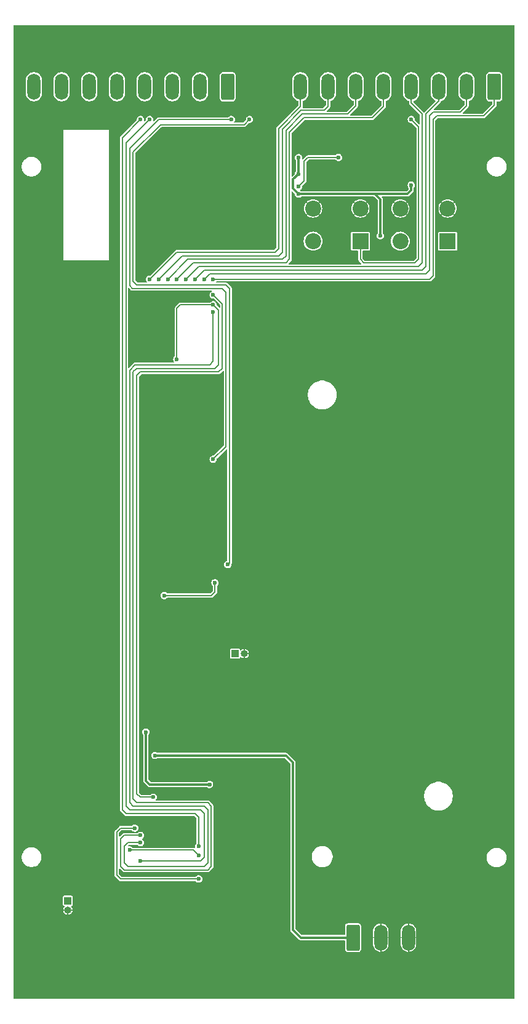
<source format=gbr>
G04 #@! TF.GenerationSoftware,KiCad,Pcbnew,8.0.5-8.0.5-0~ubuntu24.04.1*
G04 #@! TF.CreationDate,2024-10-06T17:11:21+03:00*
G04 #@! TF.ProjectId,esp32-main,65737033-322d-46d6-9169-6e2e6b696361,A*
G04 #@! TF.SameCoordinates,Original*
G04 #@! TF.FileFunction,Copper,L2,Bot*
G04 #@! TF.FilePolarity,Positive*
%FSLAX46Y46*%
G04 Gerber Fmt 4.6, Leading zero omitted, Abs format (unit mm)*
G04 Created by KiCad (PCBNEW 8.0.5-8.0.5-0~ubuntu24.04.1) date 2024-10-06 17:11:21*
%MOMM*%
%LPD*%
G01*
G04 APERTURE LIST*
G04 Aperture macros list*
%AMRoundRect*
0 Rectangle with rounded corners*
0 $1 Rounding radius*
0 $2 $3 $4 $5 $6 $7 $8 $9 X,Y pos of 4 corners*
0 Add a 4 corners polygon primitive as box body*
4,1,4,$2,$3,$4,$5,$6,$7,$8,$9,$2,$3,0*
0 Add four circle primitives for the rounded corners*
1,1,$1+$1,$2,$3*
1,1,$1+$1,$4,$5*
1,1,$1+$1,$6,$7*
1,1,$1+$1,$8,$9*
0 Add four rect primitives between the rounded corners*
20,1,$1+$1,$2,$3,$4,$5,0*
20,1,$1+$1,$4,$5,$6,$7,0*
20,1,$1+$1,$6,$7,$8,$9,0*
20,1,$1+$1,$8,$9,$2,$3,0*%
G04 Aperture macros list end*
G04 #@! TA.AperFunction,ComponentPad*
%ADD10RoundRect,0.250000X-0.650000X-1.550000X0.650000X-1.550000X0.650000X1.550000X-0.650000X1.550000X0*%
G04 #@! TD*
G04 #@! TA.AperFunction,ComponentPad*
%ADD11O,1.800000X3.600000*%
G04 #@! TD*
G04 #@! TA.AperFunction,ComponentPad*
%ADD12R,1.000000X1.000000*%
G04 #@! TD*
G04 #@! TA.AperFunction,ComponentPad*
%ADD13O,1.000000X1.000000*%
G04 #@! TD*
G04 #@! TA.AperFunction,ComponentPad*
%ADD14R,2.200000X2.200000*%
G04 #@! TD*
G04 #@! TA.AperFunction,ComponentPad*
%ADD15C,2.200000*%
G04 #@! TD*
G04 #@! TA.AperFunction,HeatsinkPad*
%ADD16C,0.600000*%
G04 #@! TD*
G04 #@! TA.AperFunction,HeatsinkPad*
%ADD17R,2.700000X2.700000*%
G04 #@! TD*
G04 #@! TA.AperFunction,ComponentPad*
%ADD18RoundRect,0.250000X0.650000X1.550000X-0.650000X1.550000X-0.650000X-1.550000X0.650000X-1.550000X0*%
G04 #@! TD*
G04 #@! TA.AperFunction,ViaPad*
%ADD19C,0.600000*%
G04 #@! TD*
G04 #@! TA.AperFunction,Conductor*
%ADD20C,0.300000*%
G04 #@! TD*
G04 #@! TA.AperFunction,Conductor*
%ADD21C,0.200000*%
G04 #@! TD*
G04 APERTURE END LIST*
D10*
X157245000Y-147067500D03*
D11*
X161055000Y-147067500D03*
X164865000Y-147067500D03*
D12*
X141000000Y-108000000D03*
D13*
X142270000Y-108000000D03*
X118000000Y-143270000D03*
D12*
X118000000Y-142000000D03*
D14*
X170250000Y-51250000D03*
D15*
X163750000Y-51250000D03*
X170250000Y-46750000D03*
X163750000Y-46750000D03*
D14*
X158250000Y-51250000D03*
D15*
X151750000Y-51250000D03*
X158250000Y-46750000D03*
X151750000Y-46750000D03*
D16*
X134500000Y-96500000D03*
X134500000Y-97500000D03*
D17*
X135000000Y-97000000D03*
D16*
X135500000Y-96500000D03*
X135500000Y-97500000D03*
D18*
X140000000Y-30000000D03*
D11*
X136190000Y-30000000D03*
X132380000Y-30000000D03*
X128570000Y-30000000D03*
X124760000Y-30000000D03*
X120950000Y-30000000D03*
X117140000Y-30000000D03*
X113330000Y-30000000D03*
D18*
X176670000Y-30000000D03*
D11*
X172860000Y-30000000D03*
X169050000Y-30000000D03*
X165240000Y-30000000D03*
X161430000Y-30000000D03*
X157620000Y-30000000D03*
X153810000Y-30000000D03*
X150000000Y-30000000D03*
D19*
X132000000Y-64000000D03*
X123000000Y-120000000D03*
X115000000Y-100000000D03*
X175000000Y-80000000D03*
X115000000Y-110000000D03*
X146000000Y-105000000D03*
X145000000Y-128000000D03*
X122000000Y-67000000D03*
X146000000Y-80000000D03*
X146000000Y-104000000D03*
X146000000Y-109000000D03*
X145000000Y-79000000D03*
X132000000Y-61000000D03*
X146000000Y-58000000D03*
X145000000Y-105000000D03*
X131000000Y-61000000D03*
X145000000Y-108000000D03*
X145000000Y-109000000D03*
X175000000Y-50000000D03*
X146000000Y-127000000D03*
X175000000Y-60000000D03*
X132000000Y-63000000D03*
X115000000Y-60000000D03*
X146000000Y-128000000D03*
X121000000Y-67000000D03*
X131000000Y-133000000D03*
X132000000Y-60000000D03*
X115000000Y-80000000D03*
X146000000Y-59000000D03*
X123000000Y-121000000D03*
X175000000Y-120000000D03*
X115000000Y-120000000D03*
X115000000Y-90000000D03*
X175000000Y-70000000D03*
X133000000Y-133000000D03*
X138750000Y-94500000D03*
X131000000Y-63000000D03*
X175000000Y-130000000D03*
X175000000Y-110000000D03*
X146000000Y-79000000D03*
X145000000Y-58000000D03*
X138750000Y-97500000D03*
X132000000Y-141000000D03*
X132000000Y-133000000D03*
X175000000Y-90000000D03*
X115000000Y-50000000D03*
X115000000Y-70000000D03*
X122000000Y-121000000D03*
X115000000Y-130000000D03*
X123000000Y-67000000D03*
X175000000Y-100000000D03*
X149750000Y-42000000D03*
X161000000Y-50500000D03*
X149750000Y-44750000D03*
X165250000Y-43540000D03*
X149750000Y-39750000D03*
X127199997Y-132000000D03*
X136000000Y-139000000D03*
X149750000Y-43750000D03*
X155250000Y-39730000D03*
X131750000Y-56500000D03*
X135500000Y-56500000D03*
X133000000Y-56500000D03*
X130500000Y-56500000D03*
X134250000Y-56500000D03*
X129250000Y-56500000D03*
X136750000Y-56500000D03*
X138000000Y-56500000D03*
X138000000Y-61000000D03*
X128000000Y-134000000D03*
X165250000Y-34500000D03*
X133000000Y-67500000D03*
X128000000Y-133000000D03*
X138000000Y-60000000D03*
X138000000Y-58650000D03*
X129750000Y-127750000D03*
X126500000Y-135000000D03*
X136000000Y-135750000D03*
X138250000Y-98250000D03*
X131250000Y-100000000D03*
X143000000Y-34500000D03*
X140000000Y-95750000D03*
X140500000Y-34500000D03*
X138000000Y-81250000D03*
X128000000Y-136500000D03*
X129250000Y-34500000D03*
X136000000Y-134500000D03*
X128000000Y-34500000D03*
X137500000Y-126000000D03*
X128750000Y-118800000D03*
X130000000Y-122000000D03*
D20*
X161000000Y-50500000D02*
X161000000Y-45500000D01*
X149000000Y-42750000D02*
X149000000Y-44000000D01*
X149000000Y-44000000D02*
X149750000Y-44750000D01*
X149750000Y-39750000D02*
X149750000Y-42000000D01*
X149750000Y-44750000D02*
X154500000Y-44750000D01*
X161000000Y-45500000D02*
X160250000Y-44750000D01*
X165250000Y-44250000D02*
X164750000Y-44750000D01*
X165250000Y-43540000D02*
X165250000Y-44250000D01*
X149750000Y-42000000D02*
X149000000Y-42750000D01*
X160250000Y-44750000D02*
X154500000Y-44750000D01*
X164750000Y-44750000D02*
X154500000Y-44750000D01*
D21*
X127199997Y-132000000D02*
X125250000Y-132000000D01*
X125250000Y-139000000D02*
X136000000Y-139000000D01*
X124750000Y-132500000D02*
X124750000Y-138500000D01*
X125250000Y-132000000D02*
X124750000Y-132500000D01*
X124750000Y-138500000D02*
X125250000Y-139000000D01*
X149750000Y-43750000D02*
X150500000Y-43000000D01*
X151020000Y-39730000D02*
X155250000Y-39730000D01*
X150500000Y-43000000D02*
X150500000Y-40250000D01*
X150500000Y-40250000D02*
X151020000Y-39730000D01*
X156500000Y-33750000D02*
X157620000Y-32630000D01*
X131750000Y-56500000D02*
X134500000Y-53750000D01*
X148000000Y-36000000D02*
X150250000Y-33750000D01*
X147500000Y-53750000D02*
X148000000Y-53250000D01*
X148000000Y-53250000D02*
X148000000Y-36000000D01*
X134500000Y-53750000D02*
X147500000Y-53750000D01*
X150250000Y-33750000D02*
X156500000Y-33750000D01*
X157620000Y-32630000D02*
X157620000Y-30000000D01*
X167250000Y-54750000D02*
X167250000Y-33750000D01*
X167250000Y-33750000D02*
X169050000Y-31950000D01*
X166750000Y-55250000D02*
X167250000Y-54750000D01*
X135500000Y-56500000D02*
X136750000Y-55250000D01*
X169050000Y-31950000D02*
X169050000Y-30000000D01*
X136750000Y-55250000D02*
X166750000Y-55250000D01*
X148000000Y-54250000D02*
X148500000Y-53750000D01*
X135250000Y-54250000D02*
X148000000Y-54250000D01*
X148500000Y-53750000D02*
X148500000Y-36250000D01*
X150500000Y-34250000D02*
X159930000Y-34250000D01*
X133000000Y-56500000D02*
X135250000Y-54250000D01*
X161430000Y-32750000D02*
X161430000Y-30000000D01*
X159930000Y-34250000D02*
X161430000Y-32750000D01*
X148500000Y-36250000D02*
X150500000Y-34250000D01*
X153250000Y-33250000D02*
X153810000Y-32690000D01*
X150065686Y-33250000D02*
X153250000Y-33250000D01*
X147500000Y-52750000D02*
X147500000Y-35815686D01*
X153810000Y-32690000D02*
X153810000Y-30000000D01*
X147500000Y-35815686D02*
X150065686Y-33250000D01*
X147000000Y-53250000D02*
X147500000Y-52750000D01*
X130500000Y-56500000D02*
X133750000Y-53250000D01*
X133750000Y-53250000D02*
X147000000Y-53250000D01*
X134250000Y-56500000D02*
X136000000Y-54750000D01*
X166250000Y-54750000D02*
X166750000Y-54250000D01*
X166750000Y-54250000D02*
X166750000Y-33750000D01*
X166750000Y-33750000D02*
X165240000Y-32240000D01*
X165240000Y-32240000D02*
X165240000Y-30000000D01*
X136000000Y-54750000D02*
X166250000Y-54750000D01*
X150000000Y-32750000D02*
X150000000Y-30000000D01*
X129250000Y-56500000D02*
X133000000Y-52750000D01*
X147000000Y-35750000D02*
X150000000Y-32750000D01*
X146500000Y-52750000D02*
X147000000Y-52250000D01*
X147000000Y-52250000D02*
X147000000Y-35750000D01*
X133000000Y-52750000D02*
X146500000Y-52750000D01*
X172000000Y-33500000D02*
X172860000Y-32640000D01*
X136750000Y-56500000D02*
X137500000Y-55750000D01*
X167750000Y-55250000D02*
X167750000Y-34000000D01*
X137500000Y-55750000D02*
X167250000Y-55750000D01*
X168250000Y-33500000D02*
X172000000Y-33500000D01*
X172860000Y-32640000D02*
X172860000Y-30000000D01*
X167250000Y-55750000D02*
X167750000Y-55250000D01*
X167750000Y-34000000D02*
X168250000Y-33500000D01*
X138000000Y-56500000D02*
X167750000Y-56500000D01*
X168750000Y-34000000D02*
X175250000Y-34000000D01*
X175250000Y-34000000D02*
X176670000Y-32580000D01*
X176670000Y-32580000D02*
X176670000Y-30000000D01*
X167750000Y-56500000D02*
X168250000Y-56000000D01*
X168250000Y-56000000D02*
X168250000Y-34500000D01*
X168250000Y-34500000D02*
X168750000Y-34000000D01*
X125750000Y-136750000D02*
X126250000Y-137250000D01*
X136750000Y-129000000D02*
X127000000Y-129000000D01*
X126500000Y-128500000D02*
X126500000Y-69000000D01*
X137250000Y-129500000D02*
X136750000Y-129000000D01*
X138000000Y-67750000D02*
X138000000Y-61000000D01*
X137500000Y-68250000D02*
X138000000Y-67750000D01*
X126250000Y-134000000D02*
X125750000Y-134500000D01*
X127000000Y-129000000D02*
X126500000Y-128500000D01*
X126500000Y-69000000D02*
X127250000Y-68250000D01*
X126250000Y-137250000D02*
X136750000Y-137250000D01*
X127250000Y-68250000D02*
X137500000Y-68250000D01*
X128000000Y-134000000D02*
X126250000Y-134000000D01*
X136750000Y-137250000D02*
X137250000Y-136750000D01*
X137250000Y-136750000D02*
X137250000Y-129500000D01*
X125750000Y-134500000D02*
X125750000Y-136750000D01*
X165750000Y-54250000D02*
X158750000Y-54250000D01*
X158250000Y-53750000D02*
X158250000Y-51250000D01*
X166250000Y-35500000D02*
X166250000Y-53750000D01*
X165250000Y-34500000D02*
X166250000Y-35500000D01*
X158750000Y-54250000D02*
X158250000Y-53750000D01*
X166250000Y-53750000D02*
X165750000Y-54250000D01*
X125750000Y-133000000D02*
X125250000Y-133500000D01*
X128000000Y-133000000D02*
X125750000Y-133000000D01*
X138750000Y-68250000D02*
X138250000Y-68750000D01*
X125250000Y-133500000D02*
X125250000Y-137250000D01*
X137250000Y-128500000D02*
X137750000Y-129000000D01*
X133000000Y-60500000D02*
X133500000Y-60000000D01*
X138000000Y-60000000D02*
X138750000Y-60750000D01*
X137750000Y-129000000D02*
X137750000Y-137250000D01*
X127000000Y-69250000D02*
X127000000Y-128000000D01*
X133000000Y-67500000D02*
X133000000Y-60500000D01*
X133500000Y-60000000D02*
X138000000Y-60000000D01*
X125750000Y-137750000D02*
X137250000Y-137750000D01*
X137250000Y-137750000D02*
X137750000Y-137250000D01*
X138750000Y-60750000D02*
X138750000Y-68250000D01*
X138250000Y-68750000D02*
X127500000Y-68750000D01*
X127000000Y-128000000D02*
X127500000Y-128500000D01*
X127000000Y-69250000D02*
X127500000Y-68750000D01*
X125250000Y-137250000D02*
X125750000Y-137750000D01*
X127500000Y-128500000D02*
X137250000Y-128500000D01*
X139250000Y-59900000D02*
X139250000Y-68750000D01*
X128000000Y-127750000D02*
X129750000Y-127750000D01*
X127500000Y-69750000D02*
X127500000Y-127250000D01*
X128000000Y-69250000D02*
X127500000Y-69750000D01*
X138000000Y-58650000D02*
X139250000Y-59900000D01*
X127500000Y-127250000D02*
X128000000Y-127750000D01*
X138750000Y-69250000D02*
X128000000Y-69250000D01*
X139250000Y-68750000D02*
X138750000Y-69250000D01*
X126500000Y-135000000D02*
X135250000Y-135000000D01*
X135250000Y-135000000D02*
X136000000Y-135750000D01*
X138250000Y-99500000D02*
X137750000Y-100000000D01*
X138250000Y-98250000D02*
X138250000Y-99500000D01*
X137750000Y-100000000D02*
X131250000Y-100000000D01*
X127000000Y-40000000D02*
X127000000Y-39750000D01*
X139750000Y-57250000D02*
X140250000Y-57750000D01*
X130750000Y-35250000D02*
X127000000Y-39000000D01*
X140250000Y-62250000D02*
X140250000Y-95500000D01*
X142250000Y-35250000D02*
X141500000Y-35250000D01*
X140250000Y-95500000D02*
X140000000Y-95750000D01*
X127000000Y-56750000D02*
X127500000Y-57250000D01*
X143000000Y-34500000D02*
X142250000Y-35250000D01*
X139500000Y-57250000D02*
X139750000Y-57250000D01*
X127500000Y-57250000D02*
X139500000Y-57250000D01*
X141500000Y-35250000D02*
X130750000Y-35250000D01*
X127000000Y-39750000D02*
X127000000Y-56750000D01*
X127000000Y-39000000D02*
X127000000Y-40000000D01*
X140250000Y-57750000D02*
X140250000Y-62250000D01*
X138000000Y-81250000D02*
X139750000Y-79500000D01*
X130500000Y-34500000D02*
X140500000Y-34500000D01*
X139750000Y-58250000D02*
X139250000Y-57750000D01*
X139750000Y-79500000D02*
X139750000Y-58250000D01*
X126875000Y-57750000D02*
X126500000Y-57375000D01*
X126500000Y-57375000D02*
X126500000Y-38500000D01*
X126500000Y-38500000D02*
X130500000Y-34500000D01*
X139250000Y-57750000D02*
X126875000Y-57750000D01*
X136250000Y-129500000D02*
X126500000Y-129500000D01*
X126000000Y-129000000D02*
X126000000Y-37750000D01*
X136750000Y-130000000D02*
X136250000Y-129500000D01*
X136750000Y-136000000D02*
X136750000Y-130000000D01*
X136250000Y-136500000D02*
X136750000Y-136000000D01*
X128000000Y-136500000D02*
X136250000Y-136500000D01*
X126000000Y-37750000D02*
X129250000Y-34500000D01*
X126500000Y-129500000D02*
X126000000Y-129000000D01*
X136000000Y-130500000D02*
X135500000Y-130000000D01*
X135500000Y-130000000D02*
X126000000Y-130000000D01*
X136000000Y-134500000D02*
X136000000Y-130500000D01*
X126000000Y-130000000D02*
X125500000Y-129500000D01*
X125500000Y-37000000D02*
X128000000Y-34500000D01*
X125500000Y-129500000D02*
X125500000Y-37000000D01*
D20*
X128750000Y-125500000D02*
X129250000Y-126000000D01*
X128750000Y-118800000D02*
X128750000Y-125500000D01*
X129250000Y-126000000D02*
X137500000Y-126000000D01*
X149000000Y-146000000D02*
X150067500Y-147067500D01*
X150067500Y-147067500D02*
X157245000Y-147067500D01*
X149000000Y-123000000D02*
X149000000Y-146000000D01*
X130000000Y-122000000D02*
X148000000Y-122000000D01*
X148000000Y-122000000D02*
X149000000Y-123000000D01*
G04 #@! TA.AperFunction,Conductor*
G36*
X126426826Y-57726797D02*
G01*
X126634540Y-57934511D01*
X126690489Y-57990460D01*
X126740649Y-58019420D01*
X126749498Y-58024529D01*
X126759011Y-58030021D01*
X126759012Y-58030021D01*
X126759014Y-58030022D01*
X126797224Y-58040260D01*
X126835435Y-58050499D01*
X126835436Y-58050500D01*
X126835438Y-58050500D01*
X137755340Y-58050500D01*
X137807666Y-58072174D01*
X137829340Y-58124500D01*
X137807666Y-58176826D01*
X137793888Y-58186391D01*
X137794399Y-58187186D01*
X137668875Y-58267855D01*
X137668868Y-58267860D01*
X137574623Y-58376626D01*
X137514834Y-58507545D01*
X137494353Y-58650000D01*
X137514834Y-58792454D01*
X137574623Y-58923373D01*
X137668868Y-59032139D01*
X137668869Y-59032140D01*
X137668872Y-59032143D01*
X137789947Y-59109953D01*
X137896403Y-59141211D01*
X137928035Y-59150499D01*
X137928037Y-59150500D01*
X138044877Y-59150500D01*
X138097203Y-59172174D01*
X138927826Y-60002797D01*
X138949500Y-60055123D01*
X138949500Y-60345877D01*
X138927826Y-60398203D01*
X138875500Y-60419877D01*
X138823174Y-60398203D01*
X138521697Y-60096726D01*
X138500023Y-60044400D01*
X138500777Y-60033866D01*
X138505647Y-60000002D01*
X138505647Y-60000001D01*
X138485165Y-59857545D01*
X138485165Y-59857543D01*
X138425377Y-59726627D01*
X138331128Y-59617857D01*
X138274182Y-59581260D01*
X138210054Y-59540047D01*
X138210050Y-59540046D01*
X138071964Y-59499500D01*
X138071961Y-59499500D01*
X137928039Y-59499500D01*
X137928036Y-59499500D01*
X137789949Y-59540046D01*
X137789945Y-59540047D01*
X137668871Y-59617857D01*
X137668868Y-59617860D01*
X137620259Y-59673959D01*
X137569612Y-59699311D01*
X137564333Y-59699500D01*
X133539562Y-59699500D01*
X133460438Y-59699500D01*
X133384012Y-59719978D01*
X133384011Y-59719978D01*
X133384009Y-59719979D01*
X133384007Y-59719980D01*
X133315492Y-59759537D01*
X132815489Y-60259540D01*
X132759540Y-60315488D01*
X132719979Y-60384009D01*
X132719977Y-60384014D01*
X132699500Y-60460435D01*
X132699500Y-67057766D01*
X132677826Y-67110092D01*
X132672715Y-67114211D01*
X132672872Y-67114392D01*
X132668868Y-67117860D01*
X132574623Y-67226626D01*
X132514834Y-67357545D01*
X132494353Y-67500000D01*
X132514834Y-67642454D01*
X132514834Y-67642455D01*
X132514835Y-67642457D01*
X132545881Y-67710438D01*
X132574623Y-67773373D01*
X132621126Y-67827041D01*
X132639011Y-67880780D01*
X132613659Y-67931426D01*
X132565200Y-67949500D01*
X127210436Y-67949500D01*
X127134014Y-67969977D01*
X127134009Y-67969979D01*
X127098537Y-67990460D01*
X127065488Y-68009540D01*
X126426826Y-68648203D01*
X126374500Y-68669877D01*
X126322174Y-68648203D01*
X126300500Y-68595877D01*
X126300500Y-57779123D01*
X126322174Y-57726797D01*
X126374500Y-57705123D01*
X126426826Y-57726797D01*
G37*
G04 #@! TD.AperFunction*
G04 #@! TA.AperFunction,Conductor*
G36*
X135372836Y-96584968D02*
G01*
X135415032Y-96627164D01*
X135460194Y-96645871D01*
X135238930Y-96867135D01*
X135311137Y-96913540D01*
X135311144Y-96913544D01*
X135363773Y-96928998D01*
X135407873Y-96964536D01*
X135413926Y-97020849D01*
X135378388Y-97064949D01*
X135363773Y-97071002D01*
X135311144Y-97086455D01*
X135311138Y-97086458D01*
X135238930Y-97132864D01*
X135460194Y-97354128D01*
X135415032Y-97372836D01*
X135372836Y-97415032D01*
X135354128Y-97460194D01*
X135131749Y-97237815D01*
X135117545Y-97254206D01*
X135117543Y-97254211D01*
X135067313Y-97364201D01*
X135025861Y-97402795D01*
X134969260Y-97400774D01*
X134932687Y-97364201D01*
X134882455Y-97254207D01*
X134868250Y-97237815D01*
X134645870Y-97460194D01*
X134627164Y-97415032D01*
X134584968Y-97372836D01*
X134539803Y-97354128D01*
X134761068Y-97132864D01*
X134688857Y-97086456D01*
X134688855Y-97086455D01*
X134636226Y-97071002D01*
X134592126Y-97035464D01*
X134586073Y-96979151D01*
X134621611Y-96935051D01*
X134636226Y-96928998D01*
X134688859Y-96913543D01*
X134688862Y-96913541D01*
X134761069Y-96867135D01*
X134539805Y-96645871D01*
X134584968Y-96627164D01*
X134627164Y-96584968D01*
X134645871Y-96539805D01*
X134868249Y-96762183D01*
X134882457Y-96745788D01*
X134932687Y-96635798D01*
X134974139Y-96597204D01*
X135030740Y-96599225D01*
X135067313Y-96635798D01*
X135117544Y-96745792D01*
X135131748Y-96762183D01*
X135354128Y-96539803D01*
X135372836Y-96584968D01*
G37*
G04 #@! TD.AperFunction*
G04 #@! TA.AperFunction,Conductor*
G36*
X179427826Y-21572174D02*
G01*
X179449500Y-21624500D01*
X179449500Y-155375500D01*
X179427826Y-155427826D01*
X179375500Y-155449500D01*
X110624500Y-155449500D01*
X110572174Y-155427826D01*
X110550500Y-155375500D01*
X110550500Y-141480253D01*
X117299500Y-141480253D01*
X117299500Y-142519746D01*
X117311133Y-142578232D01*
X117340608Y-142622343D01*
X117355448Y-142644552D01*
X117399560Y-142674027D01*
X117421767Y-142688866D01*
X117421769Y-142688867D01*
X117480252Y-142700500D01*
X117480253Y-142700500D01*
X117482938Y-142701034D01*
X117530031Y-142732500D01*
X117541080Y-142788048D01*
X117517574Y-142829001D01*
X117509896Y-142835802D01*
X117420224Y-142965714D01*
X117364252Y-143113302D01*
X117354332Y-143194999D01*
X117354333Y-143195000D01*
X117683632Y-143195000D01*
X117675000Y-143227213D01*
X117675000Y-143312787D01*
X117683632Y-143345000D01*
X117354332Y-143345000D01*
X117364252Y-143426697D01*
X117420224Y-143574285D01*
X117509896Y-143704197D01*
X117628046Y-143808868D01*
X117767810Y-143882222D01*
X117921076Y-143919999D01*
X117921080Y-143920000D01*
X117925000Y-143920000D01*
X117925000Y-143586368D01*
X117957213Y-143595000D01*
X118042787Y-143595000D01*
X118075000Y-143586368D01*
X118075000Y-143920000D01*
X118078920Y-143920000D01*
X118078923Y-143919999D01*
X118232189Y-143882222D01*
X118371953Y-143808868D01*
X118490103Y-143704197D01*
X118579775Y-143574285D01*
X118635747Y-143426697D01*
X118645667Y-143345000D01*
X118316368Y-143345000D01*
X118325000Y-143312787D01*
X118325000Y-143227213D01*
X118316368Y-143195000D01*
X118645667Y-143195000D01*
X118645667Y-143194999D01*
X118635747Y-143113302D01*
X118579775Y-142965714D01*
X118490104Y-142835804D01*
X118482428Y-142829004D01*
X118457632Y-142778083D01*
X118476105Y-142724543D01*
X118517061Y-142701034D01*
X118519746Y-142700500D01*
X118519748Y-142700500D01*
X118578231Y-142688867D01*
X118644552Y-142644552D01*
X118688867Y-142578231D01*
X118700500Y-142519748D01*
X118700500Y-141480252D01*
X118688867Y-141421769D01*
X118644552Y-141355448D01*
X118622343Y-141340608D01*
X118578232Y-141311133D01*
X118578233Y-141311133D01*
X118548989Y-141305316D01*
X118519748Y-141299500D01*
X117480252Y-141299500D01*
X117451010Y-141305316D01*
X117421767Y-141311133D01*
X117355449Y-141355447D01*
X117355447Y-141355449D01*
X117311133Y-141421767D01*
X117299500Y-141480253D01*
X110550500Y-141480253D01*
X110550500Y-135893711D01*
X111649500Y-135893711D01*
X111649500Y-136106288D01*
X111682753Y-136316240D01*
X111682756Y-136316253D01*
X111748440Y-136518406D01*
X111844948Y-136707816D01*
X111897409Y-136780022D01*
X111969896Y-136879792D01*
X112120208Y-137030104D01*
X112215656Y-137099451D01*
X112292183Y-137155051D01*
X112314267Y-137166303D01*
X112481588Y-137251557D01*
X112481590Y-137251557D01*
X112481593Y-137251559D01*
X112683746Y-137317243D01*
X112683752Y-137317244D01*
X112683757Y-137317246D01*
X112788735Y-137333873D01*
X112893711Y-137350500D01*
X112893713Y-137350500D01*
X113106289Y-137350500D01*
X113190269Y-137337198D01*
X113316243Y-137317246D01*
X113316250Y-137317243D01*
X113316253Y-137317243D01*
X113518406Y-137251559D01*
X113518406Y-137251558D01*
X113518412Y-137251557D01*
X113707816Y-137155051D01*
X113879792Y-137030104D01*
X114030104Y-136879792D01*
X114155051Y-136707816D01*
X114251557Y-136518412D01*
X114251559Y-136518406D01*
X114317243Y-136316253D01*
X114317243Y-136316250D01*
X114317246Y-136316243D01*
X114348667Y-136117860D01*
X114350500Y-136106288D01*
X114350500Y-135893711D01*
X114327738Y-135749998D01*
X114317246Y-135683757D01*
X114317244Y-135683752D01*
X114317243Y-135683746D01*
X114251559Y-135481593D01*
X114251557Y-135481590D01*
X114251557Y-135481588D01*
X114197309Y-135375121D01*
X114155051Y-135292183D01*
X114068018Y-135172393D01*
X114030104Y-135120208D01*
X113879792Y-134969896D01*
X113813146Y-134921475D01*
X113707816Y-134844948D01*
X113518406Y-134748440D01*
X113316253Y-134682756D01*
X113316240Y-134682753D01*
X113106289Y-134649500D01*
X113106287Y-134649500D01*
X112893713Y-134649500D01*
X112893711Y-134649500D01*
X112683759Y-134682753D01*
X112683746Y-134682756D01*
X112481593Y-134748440D01*
X112292183Y-134844948D01*
X112159168Y-134941590D01*
X112120208Y-134969896D01*
X111969896Y-135120208D01*
X111969893Y-135120211D01*
X111969893Y-135120212D01*
X111844948Y-135292183D01*
X111748440Y-135481593D01*
X111682756Y-135683746D01*
X111682753Y-135683759D01*
X111649500Y-135893711D01*
X110550500Y-135893711D01*
X110550500Y-132460435D01*
X124449500Y-132460435D01*
X124449500Y-138539564D01*
X124469977Y-138615985D01*
X124469979Y-138615990D01*
X124471056Y-138617855D01*
X124502288Y-138671950D01*
X124509540Y-138684511D01*
X125065489Y-139240460D01*
X125134012Y-139280022D01*
X125210438Y-139300500D01*
X125289562Y-139300500D01*
X135564333Y-139300500D01*
X135616659Y-139322174D01*
X135620259Y-139326041D01*
X135668868Y-139382139D01*
X135668871Y-139382142D01*
X135668872Y-139382143D01*
X135789947Y-139459953D01*
X135896403Y-139491211D01*
X135928035Y-139500499D01*
X135928037Y-139500500D01*
X135928039Y-139500500D01*
X136071963Y-139500500D01*
X136071964Y-139500499D01*
X136210053Y-139459953D01*
X136331128Y-139382143D01*
X136425377Y-139273373D01*
X136485165Y-139142457D01*
X136505647Y-139000000D01*
X136485165Y-138857543D01*
X136425377Y-138726627D01*
X136379740Y-138673959D01*
X136331131Y-138617860D01*
X136331129Y-138617859D01*
X136331128Y-138617857D01*
X136274182Y-138581260D01*
X136210054Y-138540047D01*
X136210050Y-138540046D01*
X136071964Y-138499500D01*
X136071961Y-138499500D01*
X135928039Y-138499500D01*
X135928036Y-138499500D01*
X135789949Y-138540046D01*
X135789945Y-138540047D01*
X135668871Y-138617857D01*
X135668868Y-138617860D01*
X135620259Y-138673959D01*
X135569612Y-138699311D01*
X135564333Y-138699500D01*
X125405123Y-138699500D01*
X125352797Y-138677826D01*
X125072174Y-138397203D01*
X125050500Y-138344877D01*
X125050500Y-137654122D01*
X125072174Y-137601796D01*
X125124500Y-137580122D01*
X125176824Y-137601795D01*
X125565489Y-137990460D01*
X125634012Y-138030022D01*
X125710438Y-138050500D01*
X125710440Y-138050500D01*
X137289564Y-138050500D01*
X137289564Y-138050499D01*
X137365989Y-138030021D01*
X137434511Y-137990460D01*
X137490460Y-137934511D01*
X137990460Y-137434511D01*
X138030022Y-137365988D01*
X138050500Y-137289562D01*
X138050500Y-137210438D01*
X138050500Y-128960438D01*
X138030022Y-128884012D01*
X137990460Y-128815489D01*
X137434511Y-128259540D01*
X137394372Y-128236366D01*
X137394370Y-128236365D01*
X137365990Y-128219979D01*
X137365985Y-128219977D01*
X137289564Y-128199500D01*
X137289562Y-128199500D01*
X130184800Y-128199500D01*
X130132474Y-128177826D01*
X130110800Y-128125500D01*
X130128874Y-128077041D01*
X130137286Y-128067332D01*
X130175377Y-128023373D01*
X130235165Y-127892457D01*
X130255647Y-127750000D01*
X130235165Y-127607543D01*
X130175377Y-127476627D01*
X130081128Y-127367857D01*
X130024182Y-127331260D01*
X129960054Y-127290047D01*
X129960050Y-127290046D01*
X129821964Y-127249500D01*
X129821961Y-127249500D01*
X129678039Y-127249500D01*
X129678036Y-127249500D01*
X129539949Y-127290046D01*
X129539945Y-127290047D01*
X129418871Y-127367857D01*
X129418868Y-127367860D01*
X129370259Y-127423959D01*
X129319612Y-127449311D01*
X129314333Y-127449500D01*
X128155123Y-127449500D01*
X128102797Y-127427826D01*
X127822174Y-127147203D01*
X127800500Y-127094877D01*
X127800500Y-118800000D01*
X128244353Y-118800000D01*
X128264834Y-118942454D01*
X128324623Y-119073373D01*
X128381426Y-119138928D01*
X128399500Y-119187387D01*
X128399500Y-125546144D01*
X128420495Y-125624500D01*
X128420496Y-125624502D01*
X128420495Y-125624502D01*
X128423384Y-125635286D01*
X128469530Y-125715212D01*
X129034788Y-126280470D01*
X129114712Y-126326614D01*
X129114713Y-126326614D01*
X129114715Y-126326615D01*
X129159284Y-126338557D01*
X129203853Y-126350499D01*
X129203854Y-126350500D01*
X129203856Y-126350500D01*
X137107659Y-126350500D01*
X137159985Y-126372174D01*
X137163578Y-126376034D01*
X137168872Y-126382143D01*
X137289947Y-126459953D01*
X137396403Y-126491211D01*
X137428035Y-126500499D01*
X137428037Y-126500500D01*
X137428039Y-126500500D01*
X137571963Y-126500500D01*
X137571964Y-126500499D01*
X137710053Y-126459953D01*
X137831128Y-126382143D01*
X137925377Y-126273373D01*
X137985165Y-126142457D01*
X138005647Y-126000000D01*
X137985165Y-125857543D01*
X137925377Y-125726627D01*
X137846232Y-125635288D01*
X137831131Y-125617860D01*
X137831129Y-125617859D01*
X137831128Y-125617857D01*
X137774182Y-125581260D01*
X137710054Y-125540047D01*
X137710050Y-125540046D01*
X137571964Y-125499500D01*
X137571961Y-125499500D01*
X137428039Y-125499500D01*
X137428036Y-125499500D01*
X137289949Y-125540046D01*
X137289945Y-125540047D01*
X137168872Y-125617857D01*
X137163585Y-125623959D01*
X137112939Y-125649311D01*
X137107659Y-125649500D01*
X129425834Y-125649500D01*
X129373508Y-125627826D01*
X129122174Y-125376492D01*
X129100500Y-125324166D01*
X129100500Y-122000000D01*
X129494353Y-122000000D01*
X129514834Y-122142454D01*
X129574623Y-122273373D01*
X129668868Y-122382139D01*
X129668869Y-122382140D01*
X129668872Y-122382143D01*
X129789947Y-122459953D01*
X129896403Y-122491211D01*
X129928035Y-122500499D01*
X129928037Y-122500500D01*
X129928039Y-122500500D01*
X130071963Y-122500500D01*
X130071964Y-122500499D01*
X130210053Y-122459953D01*
X130331128Y-122382143D01*
X130336415Y-122376040D01*
X130387061Y-122350689D01*
X130392341Y-122350500D01*
X147824166Y-122350500D01*
X147876492Y-122372174D01*
X148627826Y-123123508D01*
X148649500Y-123175834D01*
X148649500Y-146046146D01*
X148673384Y-146135284D01*
X148673386Y-146135289D01*
X148719530Y-146215212D01*
X149852288Y-147347970D01*
X149932212Y-147394114D01*
X149932213Y-147394114D01*
X149932215Y-147394115D01*
X149976784Y-147406057D01*
X150021353Y-147417999D01*
X150021354Y-147418000D01*
X150021356Y-147418000D01*
X156070500Y-147418000D01*
X156122826Y-147439674D01*
X156144500Y-147492000D01*
X156144500Y-148671766D01*
X156147354Y-148702199D01*
X156147354Y-148702201D01*
X156147355Y-148702204D01*
X156192206Y-148830381D01*
X156192207Y-148830383D01*
X156272846Y-148939646D01*
X156272853Y-148939653D01*
X156382116Y-149020292D01*
X156382118Y-149020293D01*
X156510295Y-149065144D01*
X156510301Y-149065146D01*
X156540734Y-149068000D01*
X156540741Y-149068000D01*
X157949258Y-149068000D01*
X157949266Y-149068000D01*
X157979699Y-149065146D01*
X158107882Y-149020293D01*
X158217150Y-148939650D01*
X158297793Y-148830382D01*
X158342646Y-148702199D01*
X158345500Y-148671766D01*
X158345500Y-146064084D01*
X160005000Y-146064084D01*
X160005000Y-146992500D01*
X160455000Y-146992500D01*
X160455000Y-147142500D01*
X160005000Y-147142500D01*
X160005000Y-148070915D01*
X160045348Y-148273767D01*
X160045350Y-148273774D01*
X160124500Y-148464858D01*
X160239410Y-148636835D01*
X160385664Y-148783089D01*
X160557641Y-148897999D01*
X160748725Y-148977149D01*
X160748732Y-148977151D01*
X160951584Y-149017500D01*
X160980000Y-149017500D01*
X160980000Y-147667500D01*
X161130000Y-147667500D01*
X161130000Y-149017500D01*
X161158416Y-149017500D01*
X161361267Y-148977151D01*
X161361274Y-148977149D01*
X161552358Y-148897999D01*
X161724335Y-148783089D01*
X161724337Y-148783088D01*
X161870588Y-148636837D01*
X161870589Y-148636835D01*
X161985499Y-148464858D01*
X162064649Y-148273774D01*
X162064651Y-148273767D01*
X162105000Y-148070915D01*
X162105000Y-147142500D01*
X161655000Y-147142500D01*
X161655000Y-146992500D01*
X162105000Y-146992500D01*
X162105000Y-146064084D01*
X163815000Y-146064084D01*
X163815000Y-146992500D01*
X164265000Y-146992500D01*
X164265000Y-147142500D01*
X163815000Y-147142500D01*
X163815000Y-148070915D01*
X163855348Y-148273767D01*
X163855350Y-148273774D01*
X163934500Y-148464858D01*
X164049410Y-148636835D01*
X164195664Y-148783089D01*
X164367641Y-148897999D01*
X164558725Y-148977149D01*
X164558732Y-148977151D01*
X164761584Y-149017500D01*
X164790000Y-149017500D01*
X164790000Y-147667500D01*
X164940000Y-147667500D01*
X164940000Y-149017500D01*
X164968416Y-149017500D01*
X165171267Y-148977151D01*
X165171274Y-148977149D01*
X165362358Y-148897999D01*
X165534335Y-148783089D01*
X165534337Y-148783088D01*
X165680588Y-148636837D01*
X165680589Y-148636835D01*
X165795499Y-148464858D01*
X165874649Y-148273774D01*
X165874651Y-148273767D01*
X165915000Y-148070915D01*
X165915000Y-147142500D01*
X165465000Y-147142500D01*
X165465000Y-146992500D01*
X165915000Y-146992500D01*
X165915000Y-146064084D01*
X165874651Y-145861232D01*
X165874649Y-145861225D01*
X165795499Y-145670141D01*
X165680589Y-145498164D01*
X165534335Y-145351910D01*
X165362358Y-145237000D01*
X165171274Y-145157850D01*
X165171267Y-145157848D01*
X164968416Y-145117500D01*
X164940000Y-145117500D01*
X164940000Y-146467500D01*
X164790000Y-146467500D01*
X164790000Y-145117500D01*
X164761584Y-145117500D01*
X164558732Y-145157848D01*
X164558725Y-145157850D01*
X164367641Y-145237000D01*
X164195664Y-145351910D01*
X164195663Y-145351912D01*
X164049412Y-145498163D01*
X164049410Y-145498164D01*
X163934500Y-145670141D01*
X163855350Y-145861225D01*
X163855348Y-145861232D01*
X163815000Y-146064084D01*
X162105000Y-146064084D01*
X162064651Y-145861232D01*
X162064649Y-145861225D01*
X161985499Y-145670141D01*
X161870589Y-145498164D01*
X161724335Y-145351910D01*
X161552358Y-145237000D01*
X161361274Y-145157850D01*
X161361267Y-145157848D01*
X161158416Y-145117500D01*
X161130000Y-145117500D01*
X161130000Y-146467500D01*
X160980000Y-146467500D01*
X160980000Y-145117500D01*
X160951584Y-145117500D01*
X160748732Y-145157848D01*
X160748725Y-145157850D01*
X160557641Y-145237000D01*
X160385664Y-145351910D01*
X160385663Y-145351912D01*
X160239412Y-145498163D01*
X160239410Y-145498164D01*
X160124500Y-145670141D01*
X160045350Y-145861225D01*
X160045348Y-145861232D01*
X160005000Y-146064084D01*
X158345500Y-146064084D01*
X158345500Y-145463234D01*
X158342646Y-145432801D01*
X158297793Y-145304618D01*
X158297792Y-145304616D01*
X158217153Y-145195353D01*
X158217146Y-145195346D01*
X158107883Y-145114707D01*
X158107881Y-145114706D01*
X157979704Y-145069855D01*
X157979705Y-145069855D01*
X157979700Y-145069854D01*
X157979699Y-145069854D01*
X157949266Y-145067000D01*
X156540734Y-145067000D01*
X156510301Y-145069854D01*
X156510299Y-145069854D01*
X156510295Y-145069855D01*
X156382118Y-145114706D01*
X156382116Y-145114707D01*
X156272853Y-145195346D01*
X156272846Y-145195353D01*
X156192207Y-145304616D01*
X156192206Y-145304618D01*
X156147355Y-145432795D01*
X156147354Y-145432799D01*
X156147354Y-145432801D01*
X156144500Y-145463234D01*
X156144500Y-145463240D01*
X156144500Y-146643000D01*
X156122826Y-146695326D01*
X156070500Y-146717000D01*
X150243334Y-146717000D01*
X150191008Y-146695326D01*
X149372174Y-145876492D01*
X149350500Y-145824166D01*
X149350500Y-135816236D01*
X151554500Y-135816236D01*
X151554500Y-136043763D01*
X151590092Y-136268486D01*
X151590095Y-136268499D01*
X151660399Y-136484873D01*
X151763696Y-136687606D01*
X151865001Y-136827041D01*
X151897434Y-136871680D01*
X152058320Y-137032566D01*
X152242393Y-137166303D01*
X152445121Y-137269598D01*
X152445123Y-137269598D01*
X152445126Y-137269600D01*
X152661500Y-137339904D01*
X152661506Y-137339905D01*
X152661511Y-137339907D01*
X152811328Y-137363635D01*
X152886236Y-137375500D01*
X152886237Y-137375500D01*
X153113764Y-137375500D01*
X153173820Y-137365988D01*
X153338489Y-137339907D01*
X153338496Y-137339904D01*
X153338499Y-137339904D01*
X153554873Y-137269600D01*
X153554873Y-137269599D01*
X153554879Y-137269598D01*
X153757607Y-137166303D01*
X153941680Y-137032566D01*
X154102566Y-136871680D01*
X154236303Y-136687607D01*
X154339598Y-136484879D01*
X154409907Y-136268489D01*
X154445500Y-136043763D01*
X154445500Y-135943711D01*
X175649500Y-135943711D01*
X175649500Y-136156288D01*
X175682753Y-136366240D01*
X175682756Y-136366253D01*
X175748440Y-136568406D01*
X175844948Y-136757816D01*
X175921475Y-136863146D01*
X175969896Y-136929792D01*
X176120208Y-137080104D01*
X176182731Y-137125529D01*
X176292183Y-137205051D01*
X176383457Y-137251557D01*
X176481588Y-137301557D01*
X176481590Y-137301557D01*
X176481593Y-137301559D01*
X176683746Y-137367243D01*
X176683752Y-137367244D01*
X176683757Y-137367246D01*
X176788735Y-137383873D01*
X176893711Y-137400500D01*
X176893713Y-137400500D01*
X177106289Y-137400500D01*
X177190269Y-137387198D01*
X177316243Y-137367246D01*
X177316250Y-137367243D01*
X177316253Y-137367243D01*
X177518406Y-137301559D01*
X177518406Y-137301558D01*
X177518412Y-137301557D01*
X177707816Y-137205051D01*
X177879792Y-137080104D01*
X178030104Y-136929792D01*
X178155051Y-136757816D01*
X178251557Y-136568412D01*
X178317246Y-136366243D01*
X178350500Y-136156287D01*
X178350500Y-135943713D01*
X178342580Y-135893711D01*
X178330309Y-135816236D01*
X178317246Y-135733757D01*
X178317244Y-135733752D01*
X178317243Y-135733746D01*
X178251559Y-135531593D01*
X178251557Y-135531590D01*
X178251557Y-135531588D01*
X178201565Y-135433474D01*
X178155051Y-135342183D01*
X178088300Y-135250309D01*
X178030104Y-135170208D01*
X177879792Y-135019896D01*
X177797287Y-134959953D01*
X177707816Y-134894948D01*
X177518406Y-134798440D01*
X177316253Y-134732756D01*
X177316240Y-134732753D01*
X177106289Y-134699500D01*
X177106287Y-134699500D01*
X176893713Y-134699500D01*
X176893711Y-134699500D01*
X176683759Y-134732753D01*
X176683746Y-134732756D01*
X176481593Y-134798440D01*
X176292183Y-134894948D01*
X176146904Y-135000500D01*
X176120208Y-135019896D01*
X175969896Y-135170208D01*
X175969893Y-135170211D01*
X175969893Y-135170212D01*
X175844948Y-135342183D01*
X175748440Y-135531593D01*
X175682756Y-135733746D01*
X175682753Y-135733759D01*
X175649500Y-135943711D01*
X154445500Y-135943711D01*
X154445500Y-135816237D01*
X154409907Y-135591511D01*
X154409905Y-135591506D01*
X154409904Y-135591500D01*
X154339600Y-135375126D01*
X154339598Y-135375123D01*
X154339598Y-135375121D01*
X154236303Y-135172393D01*
X154102566Y-134988320D01*
X153941680Y-134827434D01*
X153941677Y-134827431D01*
X153941675Y-134827430D01*
X153757606Y-134693696D01*
X153554873Y-134590399D01*
X153338499Y-134520095D01*
X153338486Y-134520092D01*
X153113764Y-134484500D01*
X153113763Y-134484500D01*
X152886237Y-134484500D01*
X152886236Y-134484500D01*
X152661513Y-134520092D01*
X152661500Y-134520095D01*
X152445126Y-134590399D01*
X152242393Y-134693696D01*
X152058324Y-134827430D01*
X151897430Y-134988324D01*
X151763696Y-135172393D01*
X151660399Y-135375126D01*
X151590095Y-135591500D01*
X151590092Y-135591513D01*
X151554500Y-135816236D01*
X149350500Y-135816236D01*
X149350500Y-127470519D01*
X167024500Y-127470519D01*
X167024500Y-127729481D01*
X167033399Y-127797081D01*
X167058300Y-127986226D01*
X167125324Y-128236365D01*
X167224424Y-128475612D01*
X167224425Y-128475615D01*
X167353904Y-128699880D01*
X167353908Y-128699886D01*
X167511553Y-128905333D01*
X167694666Y-129088446D01*
X167900113Y-129246091D01*
X167900119Y-129246095D01*
X167994352Y-129300500D01*
X168124384Y-129375574D01*
X168363634Y-129474675D01*
X168613772Y-129541699D01*
X168870519Y-129575500D01*
X168870521Y-129575500D01*
X169129479Y-129575500D01*
X169129481Y-129575500D01*
X169386228Y-129541699D01*
X169636366Y-129474675D01*
X169875616Y-129375574D01*
X170099884Y-129246093D01*
X170305333Y-129088447D01*
X170488447Y-128905333D01*
X170646093Y-128699884D01*
X170775574Y-128475616D01*
X170874675Y-128236366D01*
X170941699Y-127986228D01*
X170975500Y-127729481D01*
X170975500Y-127470519D01*
X170941699Y-127213772D01*
X170874675Y-126963634D01*
X170775574Y-126724384D01*
X170646093Y-126500116D01*
X170488447Y-126294667D01*
X170305333Y-126111553D01*
X170159954Y-126000000D01*
X170099886Y-125953908D01*
X170099880Y-125953904D01*
X169875615Y-125824425D01*
X169875612Y-125824424D01*
X169636365Y-125725324D01*
X169386226Y-125658300D01*
X169197081Y-125633399D01*
X169129481Y-125624500D01*
X168870519Y-125624500D01*
X168810783Y-125632364D01*
X168613773Y-125658300D01*
X168363634Y-125725324D01*
X168124387Y-125824424D01*
X168124384Y-125824425D01*
X167900119Y-125953904D01*
X167900113Y-125953908D01*
X167694666Y-126111553D01*
X167511553Y-126294666D01*
X167353908Y-126500113D01*
X167353904Y-126500119D01*
X167224425Y-126724384D01*
X167224424Y-126724387D01*
X167125324Y-126963634D01*
X167058300Y-127213773D01*
X167038015Y-127367860D01*
X167024500Y-127470519D01*
X149350500Y-127470519D01*
X149350500Y-122953854D01*
X149350499Y-122953853D01*
X149326615Y-122864715D01*
X149326613Y-122864710D01*
X149280469Y-122784787D01*
X148215212Y-121719530D01*
X148135289Y-121673386D01*
X148133327Y-121672860D01*
X148129929Y-121671950D01*
X148046146Y-121649500D01*
X148046144Y-121649500D01*
X130392341Y-121649500D01*
X130340015Y-121627826D01*
X130336415Y-121623959D01*
X130331128Y-121617857D01*
X130270590Y-121578952D01*
X130210054Y-121540047D01*
X130210050Y-121540046D01*
X130071964Y-121499500D01*
X130071961Y-121499500D01*
X129928039Y-121499500D01*
X129928036Y-121499500D01*
X129789949Y-121540046D01*
X129789945Y-121540047D01*
X129668875Y-121617855D01*
X129668868Y-121617860D01*
X129574623Y-121726626D01*
X129514834Y-121857545D01*
X129494353Y-122000000D01*
X129100500Y-122000000D01*
X129100500Y-119187387D01*
X129118574Y-119138928D01*
X129137766Y-119116778D01*
X129175377Y-119073373D01*
X129235165Y-118942457D01*
X129255647Y-118800000D01*
X129235165Y-118657543D01*
X129175377Y-118526627D01*
X129081128Y-118417857D01*
X129024182Y-118381260D01*
X128960054Y-118340047D01*
X128960050Y-118340046D01*
X128821964Y-118299500D01*
X128821961Y-118299500D01*
X128678039Y-118299500D01*
X128678036Y-118299500D01*
X128539949Y-118340046D01*
X128539945Y-118340047D01*
X128418875Y-118417855D01*
X128418868Y-118417860D01*
X128324623Y-118526626D01*
X128264834Y-118657545D01*
X128244353Y-118800000D01*
X127800500Y-118800000D01*
X127800500Y-107480253D01*
X140299500Y-107480253D01*
X140299500Y-108519746D01*
X140311133Y-108578232D01*
X140333845Y-108612222D01*
X140355448Y-108644552D01*
X140399560Y-108674027D01*
X140421767Y-108688866D01*
X140421768Y-108688866D01*
X140421769Y-108688867D01*
X140480252Y-108700500D01*
X140480254Y-108700500D01*
X141519746Y-108700500D01*
X141519748Y-108700500D01*
X141578231Y-108688867D01*
X141644552Y-108644552D01*
X141688867Y-108578231D01*
X141700500Y-108519748D01*
X141700500Y-108519746D01*
X141701209Y-108516182D01*
X141702640Y-108516466D01*
X141727107Y-108470686D01*
X141781305Y-108454242D01*
X141823127Y-108472496D01*
X141898046Y-108538868D01*
X142037810Y-108612222D01*
X142191076Y-108649999D01*
X142191080Y-108650000D01*
X142195000Y-108650000D01*
X142195000Y-108316368D01*
X142227213Y-108325000D01*
X142312787Y-108325000D01*
X142345000Y-108316368D01*
X142345000Y-108650000D01*
X142348920Y-108650000D01*
X142348923Y-108649999D01*
X142502189Y-108612222D01*
X142641953Y-108538868D01*
X142760103Y-108434197D01*
X142849775Y-108304285D01*
X142905747Y-108156697D01*
X142915667Y-108075000D01*
X142586368Y-108075000D01*
X142595000Y-108042787D01*
X142595000Y-107957213D01*
X142586368Y-107925000D01*
X142915667Y-107925000D01*
X142915667Y-107924999D01*
X142905747Y-107843302D01*
X142849775Y-107695714D01*
X142760103Y-107565802D01*
X142641953Y-107461131D01*
X142502189Y-107387777D01*
X142348923Y-107350000D01*
X142345000Y-107350000D01*
X142345000Y-107683631D01*
X142312787Y-107675000D01*
X142227213Y-107675000D01*
X142195000Y-107683631D01*
X142195000Y-107350000D01*
X142191076Y-107350000D01*
X142037810Y-107387777D01*
X141898046Y-107461131D01*
X141823127Y-107527504D01*
X141769588Y-107545979D01*
X141718666Y-107521185D01*
X141702264Y-107483607D01*
X141701209Y-107483818D01*
X141700500Y-107480252D01*
X141688867Y-107421769D01*
X141644552Y-107355448D01*
X141622343Y-107340608D01*
X141578232Y-107311133D01*
X141578233Y-107311133D01*
X141548989Y-107305316D01*
X141519748Y-107299500D01*
X140480252Y-107299500D01*
X140451010Y-107305316D01*
X140421767Y-107311133D01*
X140355449Y-107355447D01*
X140355447Y-107355449D01*
X140311133Y-107421767D01*
X140299500Y-107480253D01*
X127800500Y-107480253D01*
X127800500Y-100000000D01*
X130744353Y-100000000D01*
X130764834Y-100142454D01*
X130824623Y-100273373D01*
X130918868Y-100382139D01*
X130918869Y-100382140D01*
X130918872Y-100382143D01*
X131039947Y-100459953D01*
X131146403Y-100491211D01*
X131178035Y-100500499D01*
X131178037Y-100500500D01*
X131178039Y-100500500D01*
X131321963Y-100500500D01*
X131321964Y-100500499D01*
X131460053Y-100459953D01*
X131581128Y-100382143D01*
X131629741Y-100326041D01*
X131680388Y-100300689D01*
X131685667Y-100300500D01*
X137789564Y-100300500D01*
X137789564Y-100300499D01*
X137865989Y-100280021D01*
X137934511Y-100240460D01*
X137990460Y-100184511D01*
X138490460Y-99684511D01*
X138530022Y-99615988D01*
X138550500Y-99539562D01*
X138550500Y-99460438D01*
X138550500Y-98692233D01*
X138572174Y-98639907D01*
X138577288Y-98635787D01*
X138577131Y-98635606D01*
X138581131Y-98632140D01*
X138608082Y-98601035D01*
X138675377Y-98523373D01*
X138735165Y-98392457D01*
X138755647Y-98250000D01*
X138735165Y-98107543D01*
X138675377Y-97976627D01*
X138581128Y-97867857D01*
X138524182Y-97831260D01*
X138460054Y-97790047D01*
X138460050Y-97790046D01*
X138321964Y-97749500D01*
X138321961Y-97749500D01*
X138178039Y-97749500D01*
X138178036Y-97749500D01*
X138039949Y-97790046D01*
X138039945Y-97790047D01*
X137918875Y-97867855D01*
X137918868Y-97867860D01*
X137824623Y-97976626D01*
X137764834Y-98107545D01*
X137744353Y-98250000D01*
X137764834Y-98392454D01*
X137824623Y-98523373D01*
X137918868Y-98632140D01*
X137922869Y-98635606D01*
X137920946Y-98637825D01*
X137947803Y-98676476D01*
X137949500Y-98692233D01*
X137949500Y-99344877D01*
X137927826Y-99397203D01*
X137647203Y-99677826D01*
X137594877Y-99699500D01*
X131685667Y-99699500D01*
X131633341Y-99677826D01*
X131629741Y-99673959D01*
X131581131Y-99617860D01*
X131581128Y-99617857D01*
X131460054Y-99540047D01*
X131460050Y-99540046D01*
X131321964Y-99499500D01*
X131321961Y-99499500D01*
X131178039Y-99499500D01*
X131178036Y-99499500D01*
X131039949Y-99540046D01*
X131039945Y-99540047D01*
X130918875Y-99617855D01*
X130918868Y-99617860D01*
X130824623Y-99726626D01*
X130764834Y-99857545D01*
X130744353Y-100000000D01*
X127800500Y-100000000D01*
X127800500Y-96500000D01*
X134045373Y-96500000D01*
X134063788Y-96628079D01*
X134063788Y-96628081D01*
X134117544Y-96745792D01*
X134131748Y-96762183D01*
X134354128Y-96539803D01*
X134372836Y-96584968D01*
X134415032Y-96627164D01*
X134460194Y-96645871D01*
X134238930Y-96867135D01*
X134311137Y-96913540D01*
X134311144Y-96913544D01*
X134363773Y-96928998D01*
X134407873Y-96964536D01*
X134413926Y-97020849D01*
X134378388Y-97064949D01*
X134363773Y-97071002D01*
X134311144Y-97086455D01*
X134311138Y-97086458D01*
X134238930Y-97132864D01*
X134460194Y-97354128D01*
X134415032Y-97372836D01*
X134372836Y-97415032D01*
X134354128Y-97460194D01*
X134131749Y-97237815D01*
X134117545Y-97254206D01*
X134117543Y-97254211D01*
X134063788Y-97371918D01*
X134063788Y-97371920D01*
X134045373Y-97500000D01*
X134063788Y-97628079D01*
X134063788Y-97628081D01*
X134117544Y-97745792D01*
X134131748Y-97762183D01*
X134354128Y-97539803D01*
X134372836Y-97584968D01*
X134415032Y-97627164D01*
X134460194Y-97645871D01*
X134238930Y-97867135D01*
X134311137Y-97913540D01*
X134311144Y-97913544D01*
X134435298Y-97950000D01*
X134564701Y-97950000D01*
X134688859Y-97913543D01*
X134688862Y-97913541D01*
X134761068Y-97867135D01*
X134539804Y-97645871D01*
X134584968Y-97627164D01*
X134627164Y-97584968D01*
X134645871Y-97539805D01*
X134868249Y-97762183D01*
X134882457Y-97745788D01*
X134932687Y-97635798D01*
X134974139Y-97597204D01*
X135030740Y-97599225D01*
X135067313Y-97635798D01*
X135117544Y-97745792D01*
X135131748Y-97762183D01*
X135354128Y-97539803D01*
X135372836Y-97584968D01*
X135415032Y-97627164D01*
X135460194Y-97645871D01*
X135238930Y-97867135D01*
X135311137Y-97913540D01*
X135311144Y-97913544D01*
X135435298Y-97950000D01*
X135564701Y-97950000D01*
X135688859Y-97913543D01*
X135688862Y-97913541D01*
X135761069Y-97867135D01*
X135539805Y-97645871D01*
X135584968Y-97627164D01*
X135627164Y-97584968D01*
X135645871Y-97539805D01*
X135868249Y-97762183D01*
X135882457Y-97745788D01*
X135936211Y-97628082D01*
X135936211Y-97628079D01*
X135954626Y-97500000D01*
X135936211Y-97371920D01*
X135936211Y-97371918D01*
X135882455Y-97254207D01*
X135868250Y-97237815D01*
X135645870Y-97460194D01*
X135627164Y-97415032D01*
X135584968Y-97372836D01*
X135539803Y-97354128D01*
X135761068Y-97132864D01*
X135688857Y-97086456D01*
X135688855Y-97086455D01*
X135636226Y-97071002D01*
X135592126Y-97035464D01*
X135586073Y-96979151D01*
X135621611Y-96935051D01*
X135636226Y-96928998D01*
X135688859Y-96913543D01*
X135688862Y-96913541D01*
X135761069Y-96867135D01*
X135539805Y-96645871D01*
X135584968Y-96627164D01*
X135627164Y-96584968D01*
X135645871Y-96539805D01*
X135868249Y-96762183D01*
X135882457Y-96745788D01*
X135936211Y-96628082D01*
X135936211Y-96628079D01*
X135954626Y-96500000D01*
X135936211Y-96371920D01*
X135936211Y-96371918D01*
X135882455Y-96254207D01*
X135868250Y-96237815D01*
X135645870Y-96460194D01*
X135627164Y-96415032D01*
X135584968Y-96372836D01*
X135539803Y-96354128D01*
X135761068Y-96132864D01*
X135688857Y-96086456D01*
X135688855Y-96086455D01*
X135564702Y-96050000D01*
X135435298Y-96050000D01*
X135311144Y-96086455D01*
X135311138Y-96086458D01*
X135238930Y-96132864D01*
X135460194Y-96354128D01*
X135415032Y-96372836D01*
X135372836Y-96415032D01*
X135354128Y-96460194D01*
X135131749Y-96237815D01*
X135117545Y-96254206D01*
X135117543Y-96254211D01*
X135067313Y-96364201D01*
X135025861Y-96402795D01*
X134969260Y-96400774D01*
X134932687Y-96364201D01*
X134882455Y-96254207D01*
X134868250Y-96237815D01*
X134645870Y-96460194D01*
X134627164Y-96415032D01*
X134584968Y-96372836D01*
X134539803Y-96354128D01*
X134761068Y-96132864D01*
X134688857Y-96086456D01*
X134688855Y-96086455D01*
X134564702Y-96050000D01*
X134435298Y-96050000D01*
X134311144Y-96086455D01*
X134311138Y-96086458D01*
X134238930Y-96132864D01*
X134460194Y-96354128D01*
X134415032Y-96372836D01*
X134372836Y-96415032D01*
X134354128Y-96460194D01*
X134131749Y-96237815D01*
X134117545Y-96254206D01*
X134117543Y-96254211D01*
X134063788Y-96371918D01*
X134063788Y-96371920D01*
X134045373Y-96500000D01*
X127800500Y-96500000D01*
X127800500Y-69905123D01*
X127822174Y-69852797D01*
X128102797Y-69572174D01*
X128155123Y-69550500D01*
X138789564Y-69550500D01*
X138789564Y-69550499D01*
X138865989Y-69530021D01*
X138934511Y-69490460D01*
X138990460Y-69434511D01*
X139323174Y-69101797D01*
X139375500Y-69080123D01*
X139427826Y-69101797D01*
X139449500Y-69154123D01*
X139449500Y-79344876D01*
X139427826Y-79397202D01*
X138097202Y-80727826D01*
X138044876Y-80749500D01*
X137928036Y-80749500D01*
X137789949Y-80790046D01*
X137789945Y-80790047D01*
X137668875Y-80867855D01*
X137668868Y-80867860D01*
X137574623Y-80976626D01*
X137514834Y-81107545D01*
X137494353Y-81250000D01*
X137514834Y-81392454D01*
X137574623Y-81523373D01*
X137668868Y-81632139D01*
X137668869Y-81632140D01*
X137668872Y-81632143D01*
X137789947Y-81709953D01*
X137896403Y-81741211D01*
X137928035Y-81750499D01*
X137928037Y-81750500D01*
X137928039Y-81750500D01*
X138071963Y-81750500D01*
X138071964Y-81750499D01*
X138210053Y-81709953D01*
X138331128Y-81632143D01*
X138425377Y-81523373D01*
X138485165Y-81392457D01*
X138505647Y-81250000D01*
X138500776Y-81216128D01*
X138514782Y-81161253D01*
X138521690Y-81153279D01*
X139823175Y-79851795D01*
X139875500Y-79830122D01*
X139927826Y-79851796D01*
X139949500Y-79904122D01*
X139949500Y-95187802D01*
X139927826Y-95240128D01*
X139896349Y-95258804D01*
X139789947Y-95290046D01*
X139789945Y-95290047D01*
X139668875Y-95367855D01*
X139668868Y-95367860D01*
X139574623Y-95476626D01*
X139514834Y-95607545D01*
X139494353Y-95750000D01*
X139514834Y-95892454D01*
X139574623Y-96023373D01*
X139668868Y-96132139D01*
X139668869Y-96132140D01*
X139668872Y-96132143D01*
X139789947Y-96209953D01*
X139896403Y-96241211D01*
X139928035Y-96250499D01*
X139928037Y-96250500D01*
X139928039Y-96250500D01*
X140071963Y-96250500D01*
X140071964Y-96250499D01*
X140210053Y-96209953D01*
X140331128Y-96132143D01*
X140425377Y-96023373D01*
X140485165Y-95892457D01*
X140505647Y-95750000D01*
X140498725Y-95701857D01*
X140507886Y-95654325D01*
X140524994Y-95624696D01*
X140530021Y-95615989D01*
X140550499Y-95539564D01*
X140550500Y-95539564D01*
X140550500Y-72270520D01*
X151024500Y-72270520D01*
X151024500Y-72529479D01*
X151058300Y-72786226D01*
X151125324Y-73036365D01*
X151224424Y-73275612D01*
X151224425Y-73275615D01*
X151353904Y-73499880D01*
X151353908Y-73499886D01*
X151511553Y-73705333D01*
X151694667Y-73888447D01*
X151900116Y-74046093D01*
X152124384Y-74175574D01*
X152363634Y-74274675D01*
X152613772Y-74341699D01*
X152870519Y-74375500D01*
X152870521Y-74375500D01*
X153129479Y-74375500D01*
X153129481Y-74375500D01*
X153386228Y-74341699D01*
X153636366Y-74274675D01*
X153875616Y-74175574D01*
X154099884Y-74046093D01*
X154305333Y-73888447D01*
X154488447Y-73705333D01*
X154646093Y-73499884D01*
X154775574Y-73275616D01*
X154874675Y-73036366D01*
X154941699Y-72786228D01*
X154975500Y-72529481D01*
X154975500Y-72270519D01*
X154941699Y-72013772D01*
X154874675Y-71763634D01*
X154775574Y-71524384D01*
X154646093Y-71300116D01*
X154488447Y-71094667D01*
X154305333Y-70911553D01*
X154099886Y-70753908D01*
X154099880Y-70753904D01*
X153875615Y-70624425D01*
X153875612Y-70624424D01*
X153636365Y-70525324D01*
X153386226Y-70458300D01*
X153197081Y-70433399D01*
X153129481Y-70424500D01*
X152870519Y-70424500D01*
X152810783Y-70432364D01*
X152613773Y-70458300D01*
X152363634Y-70525324D01*
X152124387Y-70624424D01*
X152124384Y-70624425D01*
X151900119Y-70753904D01*
X151900113Y-70753908D01*
X151694666Y-70911553D01*
X151511553Y-71094666D01*
X151353908Y-71300113D01*
X151353904Y-71300119D01*
X151224425Y-71524384D01*
X151224424Y-71524387D01*
X151125324Y-71763634D01*
X151058300Y-72013773D01*
X151024500Y-72270520D01*
X140550500Y-72270520D01*
X140550500Y-57710440D01*
X140550500Y-57710438D01*
X140530022Y-57634012D01*
X140490460Y-57565489D01*
X139934511Y-57009540D01*
X139901463Y-56990460D01*
X139865990Y-56969979D01*
X139865985Y-56969977D01*
X139789564Y-56949500D01*
X139789562Y-56949500D01*
X139539562Y-56949500D01*
X138434800Y-56949500D01*
X138382474Y-56927826D01*
X138360800Y-56875500D01*
X138378887Y-56827025D01*
X138379755Y-56826023D01*
X138430409Y-56800687D01*
X138435667Y-56800500D01*
X167789564Y-56800500D01*
X167789564Y-56800499D01*
X167865989Y-56780021D01*
X167934511Y-56740460D01*
X167990460Y-56684511D01*
X168490460Y-56184511D01*
X168530022Y-56115988D01*
X168550500Y-56039562D01*
X168550500Y-55960438D01*
X168550500Y-50130252D01*
X168949500Y-50130252D01*
X168949500Y-52369748D01*
X168957255Y-52408736D01*
X168961133Y-52428232D01*
X168989027Y-52469977D01*
X169005448Y-52494552D01*
X169027879Y-52509540D01*
X169071767Y-52538866D01*
X169071768Y-52538866D01*
X169071769Y-52538867D01*
X169130252Y-52550500D01*
X169130254Y-52550500D01*
X171369746Y-52550500D01*
X171369748Y-52550500D01*
X171428231Y-52538867D01*
X171494552Y-52494552D01*
X171538867Y-52428231D01*
X171550500Y-52369748D01*
X171550500Y-50130252D01*
X171538867Y-50071769D01*
X171494552Y-50005448D01*
X171472343Y-49990608D01*
X171428232Y-49961133D01*
X171428233Y-49961133D01*
X171398989Y-49955316D01*
X171369748Y-49949500D01*
X169130252Y-49949500D01*
X169101010Y-49955316D01*
X169071767Y-49961133D01*
X169005449Y-50005447D01*
X169005447Y-50005449D01*
X168961133Y-50071767D01*
X168961133Y-50071769D01*
X168949500Y-50130252D01*
X168550500Y-50130252D01*
X168550500Y-46749995D01*
X168995225Y-46749995D01*
X168995225Y-46750004D01*
X169014287Y-46967886D01*
X169014288Y-46967893D01*
X169070895Y-47179153D01*
X169163334Y-47377388D01*
X169288785Y-47556552D01*
X169288790Y-47556557D01*
X169313082Y-47580850D01*
X169313083Y-47580850D01*
X169772702Y-47121229D01*
X169878769Y-47227296D01*
X169419149Y-47686916D01*
X169443447Y-47711214D01*
X169622611Y-47836665D01*
X169820846Y-47929104D01*
X170032106Y-47985711D01*
X170032113Y-47985712D01*
X170249996Y-48004775D01*
X170250004Y-48004775D01*
X170467886Y-47985712D01*
X170467893Y-47985711D01*
X170679153Y-47929104D01*
X170877388Y-47836665D01*
X171056552Y-47711214D01*
X171080849Y-47686915D01*
X170621230Y-47227296D01*
X170727296Y-47121230D01*
X171186915Y-47580849D01*
X171211214Y-47556552D01*
X171336665Y-47377388D01*
X171429104Y-47179153D01*
X171485711Y-46967893D01*
X171485712Y-46967886D01*
X171504775Y-46750004D01*
X171504775Y-46749995D01*
X171485712Y-46532113D01*
X171485711Y-46532106D01*
X171429105Y-46320849D01*
X171429100Y-46320838D01*
X171336665Y-46122612D01*
X171211212Y-45943445D01*
X171186916Y-45919149D01*
X170727296Y-46378769D01*
X170621230Y-46272703D01*
X171080850Y-45813083D01*
X171080850Y-45813082D01*
X171056557Y-45788790D01*
X171056552Y-45788785D01*
X170877388Y-45663334D01*
X170679153Y-45570895D01*
X170467893Y-45514288D01*
X170467886Y-45514287D01*
X170250004Y-45495225D01*
X170249996Y-45495225D01*
X170032113Y-45514287D01*
X170032106Y-45514288D01*
X169820849Y-45570894D01*
X169820838Y-45570899D01*
X169622612Y-45663334D01*
X169443448Y-45788785D01*
X169443447Y-45788786D01*
X169419149Y-45813082D01*
X169878770Y-46272703D01*
X169772703Y-46378769D01*
X169313082Y-45919149D01*
X169288786Y-45943447D01*
X169288785Y-45943448D01*
X169163334Y-46122612D01*
X169070899Y-46320838D01*
X169070894Y-46320849D01*
X169014288Y-46532106D01*
X169014287Y-46532113D01*
X168995225Y-46749995D01*
X168550500Y-46749995D01*
X168550500Y-40893711D01*
X175649500Y-40893711D01*
X175649500Y-41106288D01*
X175682753Y-41316240D01*
X175682756Y-41316253D01*
X175748440Y-41518406D01*
X175844948Y-41707816D01*
X175896992Y-41779448D01*
X175969896Y-41879792D01*
X176120208Y-42030104D01*
X176215656Y-42099451D01*
X176292183Y-42155051D01*
X176383474Y-42201565D01*
X176481588Y-42251557D01*
X176481590Y-42251557D01*
X176481593Y-42251559D01*
X176683746Y-42317243D01*
X176683752Y-42317244D01*
X176683757Y-42317246D01*
X176788735Y-42333873D01*
X176893711Y-42350500D01*
X176893713Y-42350500D01*
X177106289Y-42350500D01*
X177190269Y-42337198D01*
X177316243Y-42317246D01*
X177316250Y-42317243D01*
X177316253Y-42317243D01*
X177518406Y-42251559D01*
X177518406Y-42251558D01*
X177518412Y-42251557D01*
X177707816Y-42155051D01*
X177879792Y-42030104D01*
X178030104Y-41879792D01*
X178155051Y-41707816D01*
X178251557Y-41518412D01*
X178317246Y-41316243D01*
X178350500Y-41106287D01*
X178350500Y-40893713D01*
X178317246Y-40683757D01*
X178317244Y-40683752D01*
X178317243Y-40683746D01*
X178251559Y-40481593D01*
X178251557Y-40481590D01*
X178251557Y-40481588D01*
X178185935Y-40352797D01*
X178155051Y-40292183D01*
X178080776Y-40189953D01*
X178030104Y-40120208D01*
X177879792Y-39969896D01*
X177813146Y-39921475D01*
X177707816Y-39844948D01*
X177518406Y-39748440D01*
X177316253Y-39682756D01*
X177316240Y-39682753D01*
X177106289Y-39649500D01*
X177106287Y-39649500D01*
X176893713Y-39649500D01*
X176893711Y-39649500D01*
X176683759Y-39682753D01*
X176683746Y-39682756D01*
X176481593Y-39748440D01*
X176292183Y-39844948D01*
X176120212Y-39969893D01*
X176120208Y-39969896D01*
X175969896Y-40120208D01*
X175969893Y-40120211D01*
X175969893Y-40120212D01*
X175844948Y-40292183D01*
X175748440Y-40481593D01*
X175682756Y-40683746D01*
X175682753Y-40683759D01*
X175649500Y-40893711D01*
X168550500Y-40893711D01*
X168550500Y-34655123D01*
X168572174Y-34602797D01*
X168852797Y-34322174D01*
X168905123Y-34300500D01*
X175289564Y-34300500D01*
X175289564Y-34300499D01*
X175365989Y-34280021D01*
X175434511Y-34240460D01*
X175490460Y-34184511D01*
X176910460Y-32764511D01*
X176915381Y-32755988D01*
X176950021Y-32695989D01*
X176970499Y-32619564D01*
X176970500Y-32619564D01*
X176970500Y-32074500D01*
X176992174Y-32022174D01*
X177044500Y-32000500D01*
X177374258Y-32000500D01*
X177374266Y-32000500D01*
X177404699Y-31997646D01*
X177532882Y-31952793D01*
X177642150Y-31872150D01*
X177722793Y-31762882D01*
X177767646Y-31634699D01*
X177770500Y-31604266D01*
X177770500Y-28395734D01*
X177767646Y-28365301D01*
X177722793Y-28237118D01*
X177722792Y-28237116D01*
X177642153Y-28127853D01*
X177642146Y-28127846D01*
X177532883Y-28047207D01*
X177532881Y-28047206D01*
X177404704Y-28002355D01*
X177404705Y-28002355D01*
X177404700Y-28002354D01*
X177404699Y-28002354D01*
X177374266Y-27999500D01*
X175965734Y-27999500D01*
X175935301Y-28002354D01*
X175935299Y-28002354D01*
X175935295Y-28002355D01*
X175807118Y-28047206D01*
X175807116Y-28047207D01*
X175697853Y-28127846D01*
X175697846Y-28127853D01*
X175617207Y-28237116D01*
X175617206Y-28237118D01*
X175572355Y-28365295D01*
X175572354Y-28365299D01*
X175572354Y-28365301D01*
X175569500Y-28395734D01*
X175569500Y-31604266D01*
X175572354Y-31634699D01*
X175572354Y-31634701D01*
X175572355Y-31634704D01*
X175617206Y-31762881D01*
X175617207Y-31762883D01*
X175697846Y-31872146D01*
X175697853Y-31872153D01*
X175807116Y-31952792D01*
X175807118Y-31952793D01*
X175935295Y-31997644D01*
X175935301Y-31997646D01*
X175965734Y-32000500D01*
X176295500Y-32000500D01*
X176347826Y-32022174D01*
X176369500Y-32074500D01*
X176369500Y-32424877D01*
X176347826Y-32477203D01*
X175147203Y-33677826D01*
X175094877Y-33699500D01*
X172404123Y-33699500D01*
X172351797Y-33677826D01*
X172330123Y-33625500D01*
X172351797Y-33573174D01*
X172497145Y-33427826D01*
X173100460Y-32824511D01*
X173140022Y-32755988D01*
X173160500Y-32679562D01*
X173160500Y-32600438D01*
X173160500Y-32013259D01*
X173182174Y-31960933D01*
X173211633Y-31942881D01*
X173282442Y-31919874D01*
X173282442Y-31919873D01*
X173282445Y-31919873D01*
X173436788Y-31841232D01*
X173576928Y-31739414D01*
X173699414Y-31616928D01*
X173801232Y-31476788D01*
X173879873Y-31322445D01*
X173933402Y-31157701D01*
X173960500Y-30986611D01*
X173960500Y-29013389D01*
X173933402Y-28842299D01*
X173933400Y-28842294D01*
X173933399Y-28842288D01*
X173879874Y-28677557D01*
X173879872Y-28677553D01*
X173801232Y-28523212D01*
X173699417Y-28383076D01*
X173699416Y-28383075D01*
X173699414Y-28383072D01*
X173576928Y-28260586D01*
X173576925Y-28260583D01*
X173576923Y-28260582D01*
X173436787Y-28158767D01*
X173282446Y-28080127D01*
X173282442Y-28080125D01*
X173117711Y-28026600D01*
X173117698Y-28026597D01*
X172946612Y-27999500D01*
X172946611Y-27999500D01*
X172773389Y-27999500D01*
X172773388Y-27999500D01*
X172602301Y-28026597D01*
X172602288Y-28026600D01*
X172437557Y-28080125D01*
X172437553Y-28080127D01*
X172283212Y-28158767D01*
X172143076Y-28260582D01*
X172020582Y-28383076D01*
X171918767Y-28523212D01*
X171840127Y-28677553D01*
X171840125Y-28677557D01*
X171786600Y-28842288D01*
X171786597Y-28842301D01*
X171759500Y-29013388D01*
X171759500Y-30986611D01*
X171786597Y-31157698D01*
X171786600Y-31157711D01*
X171840125Y-31322442D01*
X171840127Y-31322446D01*
X171918767Y-31476787D01*
X171918768Y-31476788D01*
X172020586Y-31616928D01*
X172143072Y-31739414D01*
X172143075Y-31739416D01*
X172143076Y-31739417D01*
X172283212Y-31841232D01*
X172437553Y-31919872D01*
X172437557Y-31919874D01*
X172508367Y-31942881D01*
X172551434Y-31979663D01*
X172559500Y-32013259D01*
X172559500Y-32484877D01*
X172537826Y-32537203D01*
X171897203Y-33177826D01*
X171844877Y-33199500D01*
X168404123Y-33199500D01*
X168351797Y-33177826D01*
X168330123Y-33125500D01*
X168351797Y-33073174D01*
X168805409Y-32619562D01*
X169290460Y-32134511D01*
X169330021Y-32065989D01*
X169348926Y-31995433D01*
X169383404Y-31950503D01*
X169397525Y-31944215D01*
X169472445Y-31919873D01*
X169626788Y-31841232D01*
X169766928Y-31739414D01*
X169889414Y-31616928D01*
X169991232Y-31476788D01*
X170069873Y-31322445D01*
X170123402Y-31157701D01*
X170150500Y-30986611D01*
X170150500Y-29013389D01*
X170123402Y-28842299D01*
X170123400Y-28842294D01*
X170123399Y-28842288D01*
X170069874Y-28677557D01*
X170069872Y-28677553D01*
X169991232Y-28523212D01*
X169889417Y-28383076D01*
X169889416Y-28383075D01*
X169889414Y-28383072D01*
X169766928Y-28260586D01*
X169766925Y-28260583D01*
X169766923Y-28260582D01*
X169626787Y-28158767D01*
X169472446Y-28080127D01*
X169472442Y-28080125D01*
X169307711Y-28026600D01*
X169307698Y-28026597D01*
X169136612Y-27999500D01*
X169136611Y-27999500D01*
X168963389Y-27999500D01*
X168963388Y-27999500D01*
X168792301Y-28026597D01*
X168792288Y-28026600D01*
X168627557Y-28080125D01*
X168627553Y-28080127D01*
X168473212Y-28158767D01*
X168333076Y-28260582D01*
X168210582Y-28383076D01*
X168108767Y-28523212D01*
X168030127Y-28677553D01*
X168030125Y-28677557D01*
X167976600Y-28842288D01*
X167976597Y-28842301D01*
X167949500Y-29013388D01*
X167949500Y-30986611D01*
X167976597Y-31157698D01*
X167976600Y-31157711D01*
X168030125Y-31322442D01*
X168030127Y-31322446D01*
X168108767Y-31476787D01*
X168108768Y-31476788D01*
X168210586Y-31616928D01*
X168333072Y-31739414D01*
X168333075Y-31739416D01*
X168333076Y-31739417D01*
X168473212Y-31841232D01*
X168555087Y-31882949D01*
X168591870Y-31926016D01*
X168587427Y-31982479D01*
X168573818Y-32001210D01*
X167065489Y-33509540D01*
X167052326Y-33522703D01*
X167000000Y-33544377D01*
X166947674Y-33522703D01*
X165562174Y-32137203D01*
X165540500Y-32084877D01*
X165540500Y-32013259D01*
X165562174Y-31960933D01*
X165591633Y-31942881D01*
X165662442Y-31919874D01*
X165662442Y-31919873D01*
X165662445Y-31919873D01*
X165816788Y-31841232D01*
X165956928Y-31739414D01*
X166079414Y-31616928D01*
X166181232Y-31476788D01*
X166259873Y-31322445D01*
X166313402Y-31157701D01*
X166340500Y-30986611D01*
X166340500Y-29013389D01*
X166313402Y-28842299D01*
X166313400Y-28842294D01*
X166313399Y-28842288D01*
X166259874Y-28677557D01*
X166259872Y-28677553D01*
X166181232Y-28523212D01*
X166079417Y-28383076D01*
X166079416Y-28383075D01*
X166079414Y-28383072D01*
X165956928Y-28260586D01*
X165956925Y-28260583D01*
X165956923Y-28260582D01*
X165816787Y-28158767D01*
X165662446Y-28080127D01*
X165662442Y-28080125D01*
X165497711Y-28026600D01*
X165497698Y-28026597D01*
X165326612Y-27999500D01*
X165326611Y-27999500D01*
X165153389Y-27999500D01*
X165153388Y-27999500D01*
X164982301Y-28026597D01*
X164982288Y-28026600D01*
X164817557Y-28080125D01*
X164817553Y-28080127D01*
X164663212Y-28158767D01*
X164523076Y-28260582D01*
X164400582Y-28383076D01*
X164298767Y-28523212D01*
X164220127Y-28677553D01*
X164220125Y-28677557D01*
X164166600Y-28842288D01*
X164166597Y-28842301D01*
X164139500Y-29013388D01*
X164139500Y-30986611D01*
X164166597Y-31157698D01*
X164166600Y-31157711D01*
X164220125Y-31322442D01*
X164220127Y-31322446D01*
X164298767Y-31476787D01*
X164298768Y-31476788D01*
X164400586Y-31616928D01*
X164523072Y-31739414D01*
X164523075Y-31739416D01*
X164523076Y-31739417D01*
X164663212Y-31841232D01*
X164817553Y-31919872D01*
X164817557Y-31919874D01*
X164888367Y-31942881D01*
X164931434Y-31979663D01*
X164939500Y-32013259D01*
X164939500Y-32279564D01*
X164959977Y-32355985D01*
X164959979Y-32355990D01*
X164999540Y-32424511D01*
X166427826Y-33852797D01*
X166449500Y-33905123D01*
X166449500Y-35095877D01*
X166427826Y-35148203D01*
X166375500Y-35169877D01*
X166323174Y-35148203D01*
X165771697Y-34596726D01*
X165750023Y-34544400D01*
X165750777Y-34533866D01*
X165755647Y-34500002D01*
X165755647Y-34500001D01*
X165735165Y-34357545D01*
X165735165Y-34357543D01*
X165675377Y-34226627D01*
X165581128Y-34117857D01*
X165524182Y-34081260D01*
X165460054Y-34040047D01*
X165460050Y-34040046D01*
X165321964Y-33999500D01*
X165321961Y-33999500D01*
X165178039Y-33999500D01*
X165178036Y-33999500D01*
X165039949Y-34040046D01*
X165039945Y-34040047D01*
X164918875Y-34117855D01*
X164918868Y-34117860D01*
X164824623Y-34226626D01*
X164764834Y-34357545D01*
X164744353Y-34500000D01*
X164764834Y-34642454D01*
X164764834Y-34642455D01*
X164764835Y-34642457D01*
X164808735Y-34738584D01*
X164824623Y-34773373D01*
X164918868Y-34882139D01*
X164918869Y-34882140D01*
X164918872Y-34882143D01*
X165039947Y-34959953D01*
X165146403Y-34991211D01*
X165178035Y-35000499D01*
X165178037Y-35000500D01*
X165294877Y-35000500D01*
X165347203Y-35022174D01*
X165927826Y-35602797D01*
X165949500Y-35655123D01*
X165949500Y-53594877D01*
X165927826Y-53647203D01*
X165647203Y-53927826D01*
X165594877Y-53949500D01*
X158905123Y-53949500D01*
X158852797Y-53927826D01*
X158572174Y-53647203D01*
X158550500Y-53594877D01*
X158550500Y-52624500D01*
X158572174Y-52572174D01*
X158624500Y-52550500D01*
X159369746Y-52550500D01*
X159369748Y-52550500D01*
X159428231Y-52538867D01*
X159494552Y-52494552D01*
X159538867Y-52428231D01*
X159550500Y-52369748D01*
X159550500Y-51249994D01*
X162444532Y-51249994D01*
X162444532Y-51250005D01*
X162464364Y-51476688D01*
X162464365Y-51476696D01*
X162523258Y-51696488D01*
X162523260Y-51696492D01*
X162523261Y-51696496D01*
X162619432Y-51902734D01*
X162619434Y-51902736D01*
X162619435Y-51902739D01*
X162749953Y-52089139D01*
X162910861Y-52250047D01*
X163097266Y-52380568D01*
X163303504Y-52476739D01*
X163303510Y-52476740D01*
X163303511Y-52476741D01*
X163523303Y-52535634D01*
X163523305Y-52535634D01*
X163523308Y-52535635D01*
X163608317Y-52543072D01*
X163749995Y-52555468D01*
X163750000Y-52555468D01*
X163750005Y-52555468D01*
X163875940Y-52544449D01*
X163976692Y-52535635D01*
X164196496Y-52476739D01*
X164402734Y-52380568D01*
X164589139Y-52250047D01*
X164750047Y-52089139D01*
X164880568Y-51902734D01*
X164976739Y-51696496D01*
X165035635Y-51476692D01*
X165055468Y-51250000D01*
X165055468Y-51249994D01*
X165035635Y-51023311D01*
X165035634Y-51023303D01*
X164976741Y-50803511D01*
X164976740Y-50803510D01*
X164976739Y-50803504D01*
X164880568Y-50597266D01*
X164750047Y-50410861D01*
X164589139Y-50249953D01*
X164555826Y-50226627D01*
X164402739Y-50119435D01*
X164402736Y-50119434D01*
X164402734Y-50119432D01*
X164196496Y-50023261D01*
X164196492Y-50023260D01*
X164196488Y-50023258D01*
X163976696Y-49964365D01*
X163976688Y-49964364D01*
X163750005Y-49944532D01*
X163749995Y-49944532D01*
X163523311Y-49964364D01*
X163523303Y-49964365D01*
X163303511Y-50023258D01*
X163303504Y-50023260D01*
X163303504Y-50023261D01*
X163111892Y-50112612D01*
X163097260Y-50119435D01*
X162910860Y-50249953D01*
X162749953Y-50410860D01*
X162619435Y-50597260D01*
X162619432Y-50597265D01*
X162619432Y-50597266D01*
X162523263Y-50803500D01*
X162523258Y-50803511D01*
X162464365Y-51023303D01*
X162464364Y-51023311D01*
X162444532Y-51249994D01*
X159550500Y-51249994D01*
X159550500Y-50130252D01*
X159538867Y-50071769D01*
X159494552Y-50005448D01*
X159472343Y-49990608D01*
X159428232Y-49961133D01*
X159428233Y-49961133D01*
X159398989Y-49955316D01*
X159369748Y-49949500D01*
X157130252Y-49949500D01*
X157101010Y-49955316D01*
X157071767Y-49961133D01*
X157005449Y-50005447D01*
X157005447Y-50005449D01*
X156961133Y-50071767D01*
X156961133Y-50071769D01*
X156949500Y-50130252D01*
X156949500Y-52369748D01*
X156957255Y-52408736D01*
X156961133Y-52428232D01*
X156989027Y-52469977D01*
X157005448Y-52494552D01*
X157027879Y-52509540D01*
X157071767Y-52538866D01*
X157071768Y-52538866D01*
X157071769Y-52538867D01*
X157130252Y-52550500D01*
X157875500Y-52550500D01*
X157927826Y-52572174D01*
X157949500Y-52624500D01*
X157949500Y-53789564D01*
X157969978Y-53865988D01*
X157989614Y-53900000D01*
X157989615Y-53900000D01*
X158009540Y-53934511D01*
X158398203Y-54323174D01*
X158419877Y-54375500D01*
X158398203Y-54427826D01*
X158345877Y-54449500D01*
X148404123Y-54449500D01*
X148351797Y-54427826D01*
X148330123Y-54375500D01*
X148351797Y-54323174D01*
X148740460Y-53934511D01*
X148780022Y-53865988D01*
X148800500Y-53789562D01*
X148800500Y-53710438D01*
X148800500Y-51249994D01*
X150444532Y-51249994D01*
X150444532Y-51250005D01*
X150464364Y-51476688D01*
X150464365Y-51476696D01*
X150523258Y-51696488D01*
X150523260Y-51696492D01*
X150523261Y-51696496D01*
X150619432Y-51902734D01*
X150619434Y-51902736D01*
X150619435Y-51902739D01*
X150749953Y-52089139D01*
X150910861Y-52250047D01*
X151097266Y-52380568D01*
X151303504Y-52476739D01*
X151303510Y-52476740D01*
X151303511Y-52476741D01*
X151523303Y-52535634D01*
X151523305Y-52535634D01*
X151523308Y-52535635D01*
X151608317Y-52543072D01*
X151749995Y-52555468D01*
X151750000Y-52555468D01*
X151750005Y-52555468D01*
X151875940Y-52544449D01*
X151976692Y-52535635D01*
X152196496Y-52476739D01*
X152402734Y-52380568D01*
X152589139Y-52250047D01*
X152750047Y-52089139D01*
X152880568Y-51902734D01*
X152976739Y-51696496D01*
X153035635Y-51476692D01*
X153055468Y-51250000D01*
X153055468Y-51249994D01*
X153035635Y-51023311D01*
X153035634Y-51023303D01*
X152976741Y-50803511D01*
X152976740Y-50803510D01*
X152976739Y-50803504D01*
X152880568Y-50597266D01*
X152750047Y-50410861D01*
X152589139Y-50249953D01*
X152555826Y-50226627D01*
X152402739Y-50119435D01*
X152402736Y-50119434D01*
X152402734Y-50119432D01*
X152196496Y-50023261D01*
X152196492Y-50023260D01*
X152196488Y-50023258D01*
X151976696Y-49964365D01*
X151976688Y-49964364D01*
X151750005Y-49944532D01*
X151749995Y-49944532D01*
X151523311Y-49964364D01*
X151523303Y-49964365D01*
X151303511Y-50023258D01*
X151303504Y-50023260D01*
X151303504Y-50023261D01*
X151111892Y-50112612D01*
X151097260Y-50119435D01*
X150910860Y-50249953D01*
X150749953Y-50410860D01*
X150619435Y-50597260D01*
X150619432Y-50597265D01*
X150619432Y-50597266D01*
X150523263Y-50803500D01*
X150523258Y-50803511D01*
X150464365Y-51023303D01*
X150464364Y-51023311D01*
X150444532Y-51249994D01*
X148800500Y-51249994D01*
X148800500Y-46749995D01*
X150495225Y-46749995D01*
X150495225Y-46750004D01*
X150514287Y-46967886D01*
X150514288Y-46967893D01*
X150570895Y-47179153D01*
X150663334Y-47377388D01*
X150788785Y-47556552D01*
X150788790Y-47556557D01*
X150813082Y-47580850D01*
X150813083Y-47580850D01*
X151272702Y-47121229D01*
X151378769Y-47227296D01*
X150919149Y-47686916D01*
X150943447Y-47711214D01*
X151122611Y-47836665D01*
X151320846Y-47929104D01*
X151532106Y-47985711D01*
X151532113Y-47985712D01*
X151749996Y-48004775D01*
X151750004Y-48004775D01*
X151967886Y-47985712D01*
X151967893Y-47985711D01*
X152179153Y-47929104D01*
X152377388Y-47836665D01*
X152556552Y-47711214D01*
X152580849Y-47686915D01*
X152121230Y-47227296D01*
X152227296Y-47121230D01*
X152686915Y-47580849D01*
X152711214Y-47556552D01*
X152836665Y-47377388D01*
X152929104Y-47179153D01*
X152985711Y-46967893D01*
X152985712Y-46967886D01*
X153004775Y-46750004D01*
X153004775Y-46749995D01*
X156995225Y-46749995D01*
X156995225Y-46750004D01*
X157014287Y-46967886D01*
X157014288Y-46967893D01*
X157070895Y-47179153D01*
X157163334Y-47377388D01*
X157288785Y-47556552D01*
X157288790Y-47556557D01*
X157313082Y-47580850D01*
X157313083Y-47580850D01*
X157772702Y-47121229D01*
X157878769Y-47227296D01*
X157419148Y-47686916D01*
X157443442Y-47711209D01*
X157443447Y-47711214D01*
X157622611Y-47836665D01*
X157820846Y-47929104D01*
X158032106Y-47985711D01*
X158032113Y-47985712D01*
X158249996Y-48004775D01*
X158250004Y-48004775D01*
X158467886Y-47985712D01*
X158467893Y-47985711D01*
X158679153Y-47929104D01*
X158877388Y-47836665D01*
X159056552Y-47711214D01*
X159080849Y-47686915D01*
X158621230Y-47227296D01*
X158727296Y-47121230D01*
X159186915Y-47580849D01*
X159211214Y-47556552D01*
X159336665Y-47377388D01*
X159429104Y-47179153D01*
X159485711Y-46967893D01*
X159485712Y-46967886D01*
X159504775Y-46750004D01*
X159504775Y-46749995D01*
X159485712Y-46532113D01*
X159485711Y-46532106D01*
X159429105Y-46320849D01*
X159429100Y-46320838D01*
X159336665Y-46122612D01*
X159211212Y-45943445D01*
X159186916Y-45919149D01*
X158727296Y-46378769D01*
X158621230Y-46272703D01*
X159080850Y-45813083D01*
X159080850Y-45813082D01*
X159056557Y-45788790D01*
X159056552Y-45788785D01*
X158877388Y-45663334D01*
X158679153Y-45570895D01*
X158467893Y-45514288D01*
X158467886Y-45514287D01*
X158250004Y-45495225D01*
X158249996Y-45495225D01*
X158032113Y-45514287D01*
X158032106Y-45514288D01*
X157820849Y-45570894D01*
X157820838Y-45570899D01*
X157622612Y-45663334D01*
X157443448Y-45788785D01*
X157443447Y-45788786D01*
X157419149Y-45813082D01*
X157878770Y-46272703D01*
X157772703Y-46378769D01*
X157313082Y-45919149D01*
X157288786Y-45943447D01*
X157288785Y-45943448D01*
X157163334Y-46122612D01*
X157070899Y-46320838D01*
X157070894Y-46320849D01*
X157014288Y-46532106D01*
X157014287Y-46532113D01*
X156995225Y-46749995D01*
X153004775Y-46749995D01*
X152985712Y-46532113D01*
X152985711Y-46532106D01*
X152929105Y-46320849D01*
X152929100Y-46320838D01*
X152836665Y-46122612D01*
X152711212Y-45943445D01*
X152686916Y-45919149D01*
X152227296Y-46378769D01*
X152121230Y-46272703D01*
X152580850Y-45813083D01*
X152580850Y-45813082D01*
X152556557Y-45788790D01*
X152556552Y-45788785D01*
X152377388Y-45663334D01*
X152179153Y-45570895D01*
X151967893Y-45514288D01*
X151967886Y-45514287D01*
X151750004Y-45495225D01*
X151749996Y-45495225D01*
X151532113Y-45514287D01*
X151532106Y-45514288D01*
X151320849Y-45570894D01*
X151320838Y-45570899D01*
X151122612Y-45663334D01*
X150943448Y-45788785D01*
X150943447Y-45788786D01*
X150919149Y-45813082D01*
X151378770Y-46272703D01*
X151272703Y-46378769D01*
X150813082Y-45919149D01*
X150788786Y-45943447D01*
X150788785Y-45943448D01*
X150663334Y-46122612D01*
X150570899Y-46320838D01*
X150570894Y-46320849D01*
X150514288Y-46532106D01*
X150514287Y-46532113D01*
X150495225Y-46749995D01*
X148800500Y-46749995D01*
X148800500Y-44474834D01*
X148822174Y-44422508D01*
X148874500Y-44400834D01*
X148926826Y-44422508D01*
X149225263Y-44720945D01*
X149246184Y-44762740D01*
X149264834Y-44892454D01*
X149324623Y-45023373D01*
X149418868Y-45132139D01*
X149418869Y-45132140D01*
X149418872Y-45132143D01*
X149539947Y-45209953D01*
X149646403Y-45241211D01*
X149678035Y-45250499D01*
X149678037Y-45250500D01*
X149678039Y-45250500D01*
X149821963Y-45250500D01*
X149821964Y-45250499D01*
X149960053Y-45209953D01*
X150081128Y-45132143D01*
X150086415Y-45126040D01*
X150137061Y-45100689D01*
X150142341Y-45100500D01*
X154453856Y-45100500D01*
X160074166Y-45100500D01*
X160126492Y-45122174D01*
X160627826Y-45623508D01*
X160649500Y-45675834D01*
X160649500Y-50112612D01*
X160631426Y-50161071D01*
X160574625Y-50226622D01*
X160574624Y-50226624D01*
X160514834Y-50357545D01*
X160494353Y-50500000D01*
X160514834Y-50642454D01*
X160574623Y-50773373D01*
X160668868Y-50882139D01*
X160668869Y-50882140D01*
X160668872Y-50882143D01*
X160789947Y-50959953D01*
X160896403Y-50991211D01*
X160928035Y-51000499D01*
X160928037Y-51000500D01*
X160928039Y-51000500D01*
X161071963Y-51000500D01*
X161071964Y-51000499D01*
X161210053Y-50959953D01*
X161331128Y-50882143D01*
X161425377Y-50773373D01*
X161485165Y-50642457D01*
X161505647Y-50500000D01*
X161485165Y-50357543D01*
X161425377Y-50226627D01*
X161425375Y-50226625D01*
X161425375Y-50226624D01*
X161425374Y-50226622D01*
X161368574Y-50161071D01*
X161350500Y-50112612D01*
X161350500Y-46749995D01*
X162495225Y-46749995D01*
X162495225Y-46750004D01*
X162514287Y-46967886D01*
X162514288Y-46967893D01*
X162570895Y-47179153D01*
X162663334Y-47377388D01*
X162788785Y-47556552D01*
X162788790Y-47556557D01*
X162813082Y-47580850D01*
X162813083Y-47580850D01*
X163272702Y-47121229D01*
X163378769Y-47227296D01*
X162919148Y-47686916D01*
X162943442Y-47711209D01*
X162943447Y-47711214D01*
X163122611Y-47836665D01*
X163320846Y-47929104D01*
X163532106Y-47985711D01*
X163532113Y-47985712D01*
X163749996Y-48004775D01*
X163750004Y-48004775D01*
X163967886Y-47985712D01*
X163967893Y-47985711D01*
X164179153Y-47929104D01*
X164377388Y-47836665D01*
X164556552Y-47711214D01*
X164580849Y-47686915D01*
X164121230Y-47227296D01*
X164227296Y-47121230D01*
X164686915Y-47580849D01*
X164711214Y-47556552D01*
X164836665Y-47377388D01*
X164929104Y-47179153D01*
X164985711Y-46967893D01*
X164985712Y-46967886D01*
X165004775Y-46750004D01*
X165004775Y-46749995D01*
X164985712Y-46532113D01*
X164985711Y-46532106D01*
X164929105Y-46320849D01*
X164929100Y-46320838D01*
X164836665Y-46122612D01*
X164711212Y-45943445D01*
X164686916Y-45919149D01*
X164227296Y-46378769D01*
X164121230Y-46272703D01*
X164580850Y-45813083D01*
X164580850Y-45813082D01*
X164556557Y-45788790D01*
X164556552Y-45788785D01*
X164377388Y-45663334D01*
X164179153Y-45570895D01*
X163967893Y-45514288D01*
X163967886Y-45514287D01*
X163750004Y-45495225D01*
X163749996Y-45495225D01*
X163532113Y-45514287D01*
X163532106Y-45514288D01*
X163320849Y-45570894D01*
X163320838Y-45570899D01*
X163122612Y-45663334D01*
X162943448Y-45788785D01*
X162943447Y-45788786D01*
X162919149Y-45813082D01*
X163378770Y-46272703D01*
X163272703Y-46378769D01*
X162813082Y-45919149D01*
X162788786Y-45943447D01*
X162788785Y-45943448D01*
X162663334Y-46122612D01*
X162570899Y-46320838D01*
X162570894Y-46320849D01*
X162514288Y-46532106D01*
X162514287Y-46532113D01*
X162495225Y-46749995D01*
X161350500Y-46749995D01*
X161350500Y-45453854D01*
X161350499Y-45453853D01*
X161326615Y-45364715D01*
X161326613Y-45364710D01*
X161280469Y-45284787D01*
X161222508Y-45226826D01*
X161200834Y-45174500D01*
X161222508Y-45122174D01*
X161274834Y-45100500D01*
X164796146Y-45100500D01*
X164796146Y-45100499D01*
X164885288Y-45076614D01*
X164965212Y-45030470D01*
X165530470Y-44465212D01*
X165576614Y-44385288D01*
X165600499Y-44296146D01*
X165600500Y-44296146D01*
X165600500Y-43927387D01*
X165618574Y-43878928D01*
X165637766Y-43856778D01*
X165675377Y-43813373D01*
X165735165Y-43682457D01*
X165755647Y-43540000D01*
X165735165Y-43397543D01*
X165675377Y-43266627D01*
X165581128Y-43157857D01*
X165515974Y-43115985D01*
X165460054Y-43080047D01*
X165460050Y-43080046D01*
X165321964Y-43039500D01*
X165321961Y-43039500D01*
X165178039Y-43039500D01*
X165178036Y-43039500D01*
X165039949Y-43080046D01*
X165039945Y-43080047D01*
X164918875Y-43157855D01*
X164918868Y-43157860D01*
X164824623Y-43266626D01*
X164764834Y-43397545D01*
X164744353Y-43540000D01*
X164764834Y-43682454D01*
X164824623Y-43813373D01*
X164881426Y-43878928D01*
X164899500Y-43927387D01*
X164899500Y-44074166D01*
X164877826Y-44126492D01*
X164626492Y-44377826D01*
X164574166Y-44399500D01*
X150142341Y-44399500D01*
X150090015Y-44377826D01*
X150086415Y-44373959D01*
X150081128Y-44367857D01*
X149994605Y-44312252D01*
X149962304Y-44265730D01*
X149972360Y-44209993D01*
X149994606Y-44187747D01*
X150081128Y-44132143D01*
X150175377Y-44023373D01*
X150235165Y-43892457D01*
X150255647Y-43750000D01*
X150250776Y-43716128D01*
X150264782Y-43661253D01*
X150271690Y-43653279D01*
X150740460Y-43184511D01*
X150780021Y-43115989D01*
X150800499Y-43039564D01*
X150800500Y-43039564D01*
X150800500Y-40405123D01*
X150822174Y-40352797D01*
X151122797Y-40052174D01*
X151175123Y-40030500D01*
X154814333Y-40030500D01*
X154866659Y-40052174D01*
X154870259Y-40056041D01*
X154918868Y-40112139D01*
X154918871Y-40112142D01*
X154918872Y-40112143D01*
X155039947Y-40189953D01*
X155146403Y-40221211D01*
X155178035Y-40230499D01*
X155178037Y-40230500D01*
X155178039Y-40230500D01*
X155321963Y-40230500D01*
X155321964Y-40230499D01*
X155460053Y-40189953D01*
X155581128Y-40112143D01*
X155675377Y-40003373D01*
X155735165Y-39872457D01*
X155755647Y-39730000D01*
X155735165Y-39587543D01*
X155675377Y-39456627D01*
X155598458Y-39367857D01*
X155581131Y-39347860D01*
X155581129Y-39347859D01*
X155581128Y-39347857D01*
X155491174Y-39290047D01*
X155460054Y-39270047D01*
X155460050Y-39270046D01*
X155321964Y-39229500D01*
X155321961Y-39229500D01*
X155178039Y-39229500D01*
X155178036Y-39229500D01*
X155039949Y-39270046D01*
X155039945Y-39270047D01*
X154918871Y-39347857D01*
X154918868Y-39347860D01*
X154870259Y-39403959D01*
X154819612Y-39429311D01*
X154814333Y-39429500D01*
X150980436Y-39429500D01*
X150904014Y-39449977D01*
X150904009Y-39449979D01*
X150870146Y-39469531D01*
X150835488Y-39489540D01*
X150358117Y-39966911D01*
X150305791Y-39988585D01*
X150253465Y-39966911D01*
X150231791Y-39914585D01*
X150234792Y-39893725D01*
X150235160Y-39892465D01*
X150235165Y-39892457D01*
X150255647Y-39750000D01*
X150235165Y-39607543D01*
X150175377Y-39476627D01*
X150134378Y-39429311D01*
X150081131Y-39367860D01*
X150081129Y-39367859D01*
X150081128Y-39367857D01*
X150024182Y-39331260D01*
X149960054Y-39290047D01*
X149960050Y-39290046D01*
X149821964Y-39249500D01*
X149821961Y-39249500D01*
X149678039Y-39249500D01*
X149678036Y-39249500D01*
X149539949Y-39290046D01*
X149539945Y-39290047D01*
X149418875Y-39367855D01*
X149418868Y-39367860D01*
X149324623Y-39476626D01*
X149264834Y-39607545D01*
X149244353Y-39750000D01*
X149264834Y-39892454D01*
X149264834Y-39892455D01*
X149264835Y-39892457D01*
X149300199Y-39969893D01*
X149324623Y-40023373D01*
X149381426Y-40088928D01*
X149399500Y-40137387D01*
X149399500Y-41612612D01*
X149381426Y-41661071D01*
X149324625Y-41726622D01*
X149324624Y-41726624D01*
X149264834Y-41857545D01*
X149246184Y-41987259D01*
X149225263Y-42029053D01*
X148926826Y-42327491D01*
X148874500Y-42349165D01*
X148822174Y-42327491D01*
X148800500Y-42275165D01*
X148800500Y-36405123D01*
X148822174Y-36352797D01*
X150602797Y-34572174D01*
X150655123Y-34550500D01*
X159969564Y-34550500D01*
X159969564Y-34550499D01*
X160045989Y-34530021D01*
X160114511Y-34490460D01*
X160170460Y-34434511D01*
X161670460Y-32934511D01*
X161701666Y-32880460D01*
X161710021Y-32865989D01*
X161730499Y-32789564D01*
X161730500Y-32789564D01*
X161730500Y-32013259D01*
X161752174Y-31960933D01*
X161781633Y-31942881D01*
X161852442Y-31919874D01*
X161852442Y-31919873D01*
X161852445Y-31919873D01*
X162006788Y-31841232D01*
X162146928Y-31739414D01*
X162269414Y-31616928D01*
X162371232Y-31476788D01*
X162449873Y-31322445D01*
X162503402Y-31157701D01*
X162530500Y-30986611D01*
X162530500Y-29013389D01*
X162503402Y-28842299D01*
X162503400Y-28842294D01*
X162503399Y-28842288D01*
X162449874Y-28677557D01*
X162449872Y-28677553D01*
X162371232Y-28523212D01*
X162269417Y-28383076D01*
X162269416Y-28383075D01*
X162269414Y-28383072D01*
X162146928Y-28260586D01*
X162146925Y-28260583D01*
X162146923Y-28260582D01*
X162006787Y-28158767D01*
X161852446Y-28080127D01*
X161852442Y-28080125D01*
X161687711Y-28026600D01*
X161687698Y-28026597D01*
X161516612Y-27999500D01*
X161516611Y-27999500D01*
X161343389Y-27999500D01*
X161343388Y-27999500D01*
X161172301Y-28026597D01*
X161172288Y-28026600D01*
X161007557Y-28080125D01*
X161007553Y-28080127D01*
X160853212Y-28158767D01*
X160713076Y-28260582D01*
X160590582Y-28383076D01*
X160488767Y-28523212D01*
X160410127Y-28677553D01*
X160410125Y-28677557D01*
X160356600Y-28842288D01*
X160356597Y-28842301D01*
X160329500Y-29013388D01*
X160329500Y-30986611D01*
X160356597Y-31157698D01*
X160356600Y-31157711D01*
X160410125Y-31322442D01*
X160410127Y-31322446D01*
X160488767Y-31476787D01*
X160488768Y-31476788D01*
X160590586Y-31616928D01*
X160713072Y-31739414D01*
X160713075Y-31739416D01*
X160713076Y-31739417D01*
X160853212Y-31841232D01*
X161007553Y-31919872D01*
X161007557Y-31919874D01*
X161078367Y-31942881D01*
X161121434Y-31979663D01*
X161129500Y-32013259D01*
X161129500Y-32594877D01*
X161107826Y-32647203D01*
X159827203Y-33927826D01*
X159774877Y-33949500D01*
X156904123Y-33949500D01*
X156851797Y-33927826D01*
X156830123Y-33875500D01*
X156851797Y-33823174D01*
X157351797Y-33323174D01*
X157860460Y-32814511D01*
X157889327Y-32764511D01*
X157900021Y-32745989D01*
X157920499Y-32669564D01*
X157920500Y-32669564D01*
X157920500Y-32013259D01*
X157942174Y-31960933D01*
X157971633Y-31942881D01*
X158042442Y-31919874D01*
X158042442Y-31919873D01*
X158042445Y-31919873D01*
X158196788Y-31841232D01*
X158336928Y-31739414D01*
X158459414Y-31616928D01*
X158561232Y-31476788D01*
X158639873Y-31322445D01*
X158693402Y-31157701D01*
X158720500Y-30986611D01*
X158720500Y-29013389D01*
X158693402Y-28842299D01*
X158693400Y-28842294D01*
X158693399Y-28842288D01*
X158639874Y-28677557D01*
X158639872Y-28677553D01*
X158561232Y-28523212D01*
X158459417Y-28383076D01*
X158459416Y-28383075D01*
X158459414Y-28383072D01*
X158336928Y-28260586D01*
X158336925Y-28260583D01*
X158336923Y-28260582D01*
X158196787Y-28158767D01*
X158042446Y-28080127D01*
X158042442Y-28080125D01*
X157877711Y-28026600D01*
X157877698Y-28026597D01*
X157706612Y-27999500D01*
X157706611Y-27999500D01*
X157533389Y-27999500D01*
X157533388Y-27999500D01*
X157362301Y-28026597D01*
X157362288Y-28026600D01*
X157197557Y-28080125D01*
X157197553Y-28080127D01*
X157043212Y-28158767D01*
X156903076Y-28260582D01*
X156780582Y-28383076D01*
X156678767Y-28523212D01*
X156600127Y-28677553D01*
X156600125Y-28677557D01*
X156546600Y-28842288D01*
X156546597Y-28842301D01*
X156519500Y-29013388D01*
X156519500Y-30986611D01*
X156546597Y-31157698D01*
X156546600Y-31157711D01*
X156600125Y-31322442D01*
X156600127Y-31322446D01*
X156678767Y-31476787D01*
X156678768Y-31476788D01*
X156780586Y-31616928D01*
X156903072Y-31739414D01*
X156903075Y-31739416D01*
X156903076Y-31739417D01*
X157043212Y-31841232D01*
X157197553Y-31919872D01*
X157197557Y-31919874D01*
X157268367Y-31942881D01*
X157311434Y-31979663D01*
X157319500Y-32013259D01*
X157319500Y-32474877D01*
X157297826Y-32527203D01*
X156397203Y-33427826D01*
X156344877Y-33449500D01*
X153654123Y-33449500D01*
X153601797Y-33427826D01*
X153580123Y-33375500D01*
X153601797Y-33323174D01*
X154050460Y-32874511D01*
X154090022Y-32805988D01*
X154110500Y-32729562D01*
X154110500Y-32650438D01*
X154110500Y-32013259D01*
X154132174Y-31960933D01*
X154161633Y-31942881D01*
X154232442Y-31919874D01*
X154232442Y-31919873D01*
X154232445Y-31919873D01*
X154386788Y-31841232D01*
X154526928Y-31739414D01*
X154649414Y-31616928D01*
X154751232Y-31476788D01*
X154829873Y-31322445D01*
X154883402Y-31157701D01*
X154910500Y-30986611D01*
X154910500Y-29013389D01*
X154883402Y-28842299D01*
X154883400Y-28842294D01*
X154883399Y-28842288D01*
X154829874Y-28677557D01*
X154829872Y-28677553D01*
X154751232Y-28523212D01*
X154649417Y-28383076D01*
X154649416Y-28383075D01*
X154649414Y-28383072D01*
X154526928Y-28260586D01*
X154526925Y-28260583D01*
X154526923Y-28260582D01*
X154386787Y-28158767D01*
X154232446Y-28080127D01*
X154232442Y-28080125D01*
X154067711Y-28026600D01*
X154067698Y-28026597D01*
X153896612Y-27999500D01*
X153896611Y-27999500D01*
X153723389Y-27999500D01*
X153723388Y-27999500D01*
X153552301Y-28026597D01*
X153552288Y-28026600D01*
X153387557Y-28080125D01*
X153387553Y-28080127D01*
X153233212Y-28158767D01*
X153093076Y-28260582D01*
X152970582Y-28383076D01*
X152868767Y-28523212D01*
X152790127Y-28677553D01*
X152790125Y-28677557D01*
X152736600Y-28842288D01*
X152736597Y-28842301D01*
X152709500Y-29013388D01*
X152709500Y-30986611D01*
X152736597Y-31157698D01*
X152736600Y-31157711D01*
X152790125Y-31322442D01*
X152790127Y-31322446D01*
X152868767Y-31476787D01*
X152868768Y-31476788D01*
X152970586Y-31616928D01*
X153093072Y-31739414D01*
X153093075Y-31739416D01*
X153093076Y-31739417D01*
X153233212Y-31841232D01*
X153387553Y-31919872D01*
X153387557Y-31919874D01*
X153458367Y-31942881D01*
X153501434Y-31979663D01*
X153509500Y-32013259D01*
X153509500Y-32534877D01*
X153487826Y-32587203D01*
X153147203Y-32927826D01*
X153094877Y-32949500D01*
X150354083Y-32949500D01*
X150301757Y-32927826D01*
X150280083Y-32875500D01*
X150282605Y-32856347D01*
X150300500Y-32789562D01*
X150300500Y-32710438D01*
X150300500Y-32013259D01*
X150322174Y-31960933D01*
X150351633Y-31942881D01*
X150422442Y-31919874D01*
X150422442Y-31919873D01*
X150422445Y-31919873D01*
X150576788Y-31841232D01*
X150716928Y-31739414D01*
X150839414Y-31616928D01*
X150941232Y-31476788D01*
X151019873Y-31322445D01*
X151073402Y-31157701D01*
X151100500Y-30986611D01*
X151100500Y-29013389D01*
X151073402Y-28842299D01*
X151073400Y-28842294D01*
X151073399Y-28842288D01*
X151019874Y-28677557D01*
X151019872Y-28677553D01*
X150941232Y-28523212D01*
X150839417Y-28383076D01*
X150839416Y-28383075D01*
X150839414Y-28383072D01*
X150716928Y-28260586D01*
X150716925Y-28260583D01*
X150716923Y-28260582D01*
X150576787Y-28158767D01*
X150422446Y-28080127D01*
X150422442Y-28080125D01*
X150257711Y-28026600D01*
X150257698Y-28026597D01*
X150086612Y-27999500D01*
X150086611Y-27999500D01*
X149913389Y-27999500D01*
X149913388Y-27999500D01*
X149742301Y-28026597D01*
X149742288Y-28026600D01*
X149577557Y-28080125D01*
X149577553Y-28080127D01*
X149423212Y-28158767D01*
X149283076Y-28260582D01*
X149160582Y-28383076D01*
X149058767Y-28523212D01*
X148980127Y-28677553D01*
X148980125Y-28677557D01*
X148926600Y-28842288D01*
X148926597Y-28842301D01*
X148899500Y-29013388D01*
X148899500Y-30986611D01*
X148926597Y-31157698D01*
X148926600Y-31157711D01*
X148980125Y-31322442D01*
X148980127Y-31322446D01*
X149058767Y-31476787D01*
X149058768Y-31476788D01*
X149160586Y-31616928D01*
X149283072Y-31739414D01*
X149283075Y-31739416D01*
X149283076Y-31739417D01*
X149423212Y-31841232D01*
X149577553Y-31919872D01*
X149577557Y-31919874D01*
X149648367Y-31942881D01*
X149691434Y-31979663D01*
X149699500Y-32013259D01*
X149699500Y-32594877D01*
X149677826Y-32647203D01*
X146759540Y-35565488D01*
X146719979Y-35634009D01*
X146719977Y-35634014D01*
X146699500Y-35710435D01*
X146699500Y-52094877D01*
X146677826Y-52147203D01*
X146397203Y-52427826D01*
X146344877Y-52449500D01*
X132960436Y-52449500D01*
X132884014Y-52469977D01*
X132884009Y-52469979D01*
X132848537Y-52490460D01*
X132815488Y-52509540D01*
X129347202Y-55977826D01*
X129294876Y-55999500D01*
X129178036Y-55999500D01*
X129039949Y-56040046D01*
X129039945Y-56040047D01*
X128918875Y-56117855D01*
X128918868Y-56117860D01*
X128824623Y-56226626D01*
X128764834Y-56357545D01*
X128744353Y-56500000D01*
X128764834Y-56642454D01*
X128764834Y-56642455D01*
X128764835Y-56642457D01*
X128784041Y-56684511D01*
X128824623Y-56773373D01*
X128871126Y-56827041D01*
X128889011Y-56880780D01*
X128863659Y-56931426D01*
X128815200Y-56949500D01*
X127655123Y-56949500D01*
X127602797Y-56927826D01*
X127322174Y-56647203D01*
X127300500Y-56594877D01*
X127300500Y-39155123D01*
X127322174Y-39102797D01*
X130852797Y-35572174D01*
X130905123Y-35550500D01*
X142289564Y-35550500D01*
X142289564Y-35550499D01*
X142365989Y-35530021D01*
X142434511Y-35490460D01*
X142490460Y-35434511D01*
X142902796Y-35022173D01*
X142955122Y-35000500D01*
X143071963Y-35000500D01*
X143071964Y-35000499D01*
X143210053Y-34959953D01*
X143331128Y-34882143D01*
X143425377Y-34773373D01*
X143485165Y-34642457D01*
X143505647Y-34500000D01*
X143485165Y-34357543D01*
X143425377Y-34226627D01*
X143331128Y-34117857D01*
X143274182Y-34081260D01*
X143210054Y-34040047D01*
X143210050Y-34040046D01*
X143071964Y-33999500D01*
X143071961Y-33999500D01*
X142928039Y-33999500D01*
X142928036Y-33999500D01*
X142789949Y-34040046D01*
X142789945Y-34040047D01*
X142668875Y-34117855D01*
X142668868Y-34117860D01*
X142574623Y-34226626D01*
X142514834Y-34357545D01*
X142494353Y-34500000D01*
X142499222Y-34533870D01*
X142485214Y-34588748D01*
X142478301Y-34596726D01*
X142147203Y-34927826D01*
X142094877Y-34949500D01*
X140934800Y-34949500D01*
X140882474Y-34927826D01*
X140860800Y-34875500D01*
X140878874Y-34827041D01*
X140887286Y-34817332D01*
X140925377Y-34773373D01*
X140985165Y-34642457D01*
X141005647Y-34500000D01*
X140985165Y-34357543D01*
X140925377Y-34226627D01*
X140831128Y-34117857D01*
X140774182Y-34081260D01*
X140710054Y-34040047D01*
X140710050Y-34040046D01*
X140571964Y-33999500D01*
X140571961Y-33999500D01*
X140428039Y-33999500D01*
X140428036Y-33999500D01*
X140289949Y-34040046D01*
X140289945Y-34040047D01*
X140168871Y-34117857D01*
X140168868Y-34117860D01*
X140120259Y-34173959D01*
X140069612Y-34199311D01*
X140064333Y-34199500D01*
X130460436Y-34199500D01*
X130384014Y-34219977D01*
X130384009Y-34219979D01*
X130348537Y-34240460D01*
X130315488Y-34259540D01*
X129858117Y-34716911D01*
X129805791Y-34738585D01*
X129753465Y-34716911D01*
X129731791Y-34664585D01*
X129734792Y-34643725D01*
X129735160Y-34642465D01*
X129735165Y-34642457D01*
X129755647Y-34500000D01*
X129735165Y-34357543D01*
X129675377Y-34226627D01*
X129581128Y-34117857D01*
X129524182Y-34081260D01*
X129460054Y-34040047D01*
X129460050Y-34040046D01*
X129321964Y-33999500D01*
X129321961Y-33999500D01*
X129178039Y-33999500D01*
X129178036Y-33999500D01*
X129039949Y-34040046D01*
X129039945Y-34040047D01*
X128918875Y-34117855D01*
X128918868Y-34117860D01*
X128824623Y-34226626D01*
X128764834Y-34357545D01*
X128744353Y-34500000D01*
X128749222Y-34533870D01*
X128735214Y-34588748D01*
X128728301Y-34596726D01*
X128608118Y-34716910D01*
X128555792Y-34738584D01*
X128503466Y-34716910D01*
X128481792Y-34664584D01*
X128484791Y-34643732D01*
X128485165Y-34642458D01*
X128495270Y-34572174D01*
X128505647Y-34500000D01*
X128485165Y-34357543D01*
X128425377Y-34226627D01*
X128331128Y-34117857D01*
X128274182Y-34081260D01*
X128210054Y-34040047D01*
X128210050Y-34040046D01*
X128071964Y-33999500D01*
X128071961Y-33999500D01*
X127928039Y-33999500D01*
X127928036Y-33999500D01*
X127789949Y-34040046D01*
X127789945Y-34040047D01*
X127668875Y-34117855D01*
X127668868Y-34117860D01*
X127574623Y-34226626D01*
X127514834Y-34357545D01*
X127494353Y-34500000D01*
X127499222Y-34533870D01*
X127485214Y-34588748D01*
X127478301Y-34596726D01*
X125315489Y-36759540D01*
X125259540Y-36815488D01*
X125219979Y-36884009D01*
X125219977Y-36884014D01*
X125199500Y-36960435D01*
X125199500Y-129539564D01*
X125219977Y-129615985D01*
X125219979Y-129615990D01*
X125224876Y-129624471D01*
X125259540Y-129684511D01*
X125815489Y-130240460D01*
X125884012Y-130280022D01*
X125960438Y-130300500D01*
X126039562Y-130300500D01*
X135344877Y-130300500D01*
X135397203Y-130322174D01*
X135677826Y-130602797D01*
X135699500Y-130655123D01*
X135699500Y-134057766D01*
X135677826Y-134110092D01*
X135672715Y-134114211D01*
X135672872Y-134114392D01*
X135668868Y-134117860D01*
X135574623Y-134226626D01*
X135514834Y-134357545D01*
X135494353Y-134500000D01*
X135514834Y-134642454D01*
X135514834Y-134642455D01*
X135514835Y-134642457D01*
X135518051Y-134649500D01*
X135520049Y-134653873D01*
X135522070Y-134710474D01*
X135483477Y-134751927D01*
X135426876Y-134753948D01*
X135415738Y-134748701D01*
X135401465Y-134740461D01*
X135401463Y-134740460D01*
X135365990Y-134719979D01*
X135365985Y-134719977D01*
X135289564Y-134699500D01*
X135289562Y-134699500D01*
X126935667Y-134699500D01*
X126883341Y-134677826D01*
X126879741Y-134673959D01*
X126831131Y-134617860D01*
X126831128Y-134617857D01*
X126710054Y-134540047D01*
X126710050Y-134540046D01*
X126571964Y-134499500D01*
X126571961Y-134499500D01*
X126428039Y-134499500D01*
X126348668Y-134522805D01*
X126292355Y-134516750D01*
X126256817Y-134472650D01*
X126262872Y-134416337D01*
X126275491Y-134399479D01*
X126352797Y-134322174D01*
X126405123Y-134300500D01*
X127564333Y-134300500D01*
X127616659Y-134322174D01*
X127620259Y-134326041D01*
X127668868Y-134382139D01*
X127668871Y-134382142D01*
X127668872Y-134382143D01*
X127789947Y-134459953D01*
X127896403Y-134491211D01*
X127928035Y-134500499D01*
X127928037Y-134500500D01*
X127928039Y-134500500D01*
X128071963Y-134500500D01*
X128071964Y-134500499D01*
X128210053Y-134459953D01*
X128331128Y-134382143D01*
X128425377Y-134273373D01*
X128485165Y-134142457D01*
X128505647Y-134000000D01*
X128485165Y-133857543D01*
X128425377Y-133726627D01*
X128331128Y-133617857D01*
X128244605Y-133562252D01*
X128212304Y-133515730D01*
X128222360Y-133459993D01*
X128244606Y-133437747D01*
X128331128Y-133382143D01*
X128425377Y-133273373D01*
X128485165Y-133142457D01*
X128505647Y-133000000D01*
X128485165Y-132857543D01*
X128425377Y-132726627D01*
X128331128Y-132617857D01*
X128274182Y-132581260D01*
X128210054Y-132540047D01*
X128210050Y-132540046D01*
X128071964Y-132499500D01*
X128071961Y-132499500D01*
X127928039Y-132499500D01*
X127928036Y-132499500D01*
X127789949Y-132540046D01*
X127789945Y-132540047D01*
X127668871Y-132617857D01*
X127668868Y-132617860D01*
X127620259Y-132673959D01*
X127569612Y-132699311D01*
X127564333Y-132699500D01*
X125789562Y-132699500D01*
X125710438Y-132699500D01*
X125634012Y-132719978D01*
X125634011Y-132719978D01*
X125634009Y-132719979D01*
X125634007Y-132719980D01*
X125565492Y-132759537D01*
X125176826Y-133148203D01*
X125124500Y-133169877D01*
X125072174Y-133148203D01*
X125050500Y-133095877D01*
X125050500Y-132655123D01*
X125072174Y-132602797D01*
X125352797Y-132322174D01*
X125405123Y-132300500D01*
X126764330Y-132300500D01*
X126816656Y-132322174D01*
X126820256Y-132326041D01*
X126868865Y-132382139D01*
X126868868Y-132382142D01*
X126868869Y-132382143D01*
X126989944Y-132459953D01*
X127096400Y-132491211D01*
X127128032Y-132500499D01*
X127128034Y-132500500D01*
X127128036Y-132500500D01*
X127271960Y-132500500D01*
X127271961Y-132500499D01*
X127410050Y-132459953D01*
X127531125Y-132382143D01*
X127625374Y-132273373D01*
X127685162Y-132142457D01*
X127705644Y-132000000D01*
X127685162Y-131857543D01*
X127625374Y-131726627D01*
X127531125Y-131617857D01*
X127474179Y-131581260D01*
X127410051Y-131540047D01*
X127410047Y-131540046D01*
X127271961Y-131499500D01*
X127271958Y-131499500D01*
X127128036Y-131499500D01*
X127128033Y-131499500D01*
X126989946Y-131540046D01*
X126989942Y-131540047D01*
X126868868Y-131617857D01*
X126868865Y-131617860D01*
X126820256Y-131673959D01*
X126769609Y-131699311D01*
X126764330Y-131699500D01*
X125289562Y-131699500D01*
X125210438Y-131699500D01*
X125134012Y-131719978D01*
X125134011Y-131719978D01*
X125134009Y-131719979D01*
X125134007Y-131719980D01*
X125065492Y-131759537D01*
X124565489Y-132259540D01*
X124509540Y-132315488D01*
X124469979Y-132384009D01*
X124469977Y-132384014D01*
X124449500Y-132460435D01*
X110550500Y-132460435D01*
X110550500Y-53900000D01*
X117365000Y-53900000D01*
X123665000Y-53900000D01*
X123665000Y-35900000D01*
X117365000Y-35900000D01*
X117365000Y-53900000D01*
X110550500Y-53900000D01*
X110550500Y-40893711D01*
X111649500Y-40893711D01*
X111649500Y-41106288D01*
X111682753Y-41316240D01*
X111682756Y-41316253D01*
X111748440Y-41518406D01*
X111844948Y-41707816D01*
X111896992Y-41779448D01*
X111969896Y-41879792D01*
X112120208Y-42030104D01*
X112215656Y-42099451D01*
X112292183Y-42155051D01*
X112383474Y-42201565D01*
X112481588Y-42251557D01*
X112481590Y-42251557D01*
X112481593Y-42251559D01*
X112683746Y-42317243D01*
X112683752Y-42317244D01*
X112683757Y-42317246D01*
X112788735Y-42333873D01*
X112893711Y-42350500D01*
X112893713Y-42350500D01*
X113106289Y-42350500D01*
X113190269Y-42337198D01*
X113316243Y-42317246D01*
X113316250Y-42317243D01*
X113316253Y-42317243D01*
X113518406Y-42251559D01*
X113518406Y-42251558D01*
X113518412Y-42251557D01*
X113707816Y-42155051D01*
X113879792Y-42030104D01*
X114030104Y-41879792D01*
X114155051Y-41707816D01*
X114251557Y-41518412D01*
X114317246Y-41316243D01*
X114350500Y-41106287D01*
X114350500Y-40893713D01*
X114317246Y-40683757D01*
X114317244Y-40683752D01*
X114317243Y-40683746D01*
X114251559Y-40481593D01*
X114251557Y-40481590D01*
X114251557Y-40481588D01*
X114185935Y-40352797D01*
X114155051Y-40292183D01*
X114080776Y-40189953D01*
X114030104Y-40120208D01*
X113879792Y-39969896D01*
X113813146Y-39921475D01*
X113707816Y-39844948D01*
X113518406Y-39748440D01*
X113316253Y-39682756D01*
X113316240Y-39682753D01*
X113106289Y-39649500D01*
X113106287Y-39649500D01*
X112893713Y-39649500D01*
X112893711Y-39649500D01*
X112683759Y-39682753D01*
X112683746Y-39682756D01*
X112481593Y-39748440D01*
X112292183Y-39844948D01*
X112120212Y-39969893D01*
X112120208Y-39969896D01*
X111969896Y-40120208D01*
X111969893Y-40120211D01*
X111969893Y-40120212D01*
X111844948Y-40292183D01*
X111748440Y-40481593D01*
X111682756Y-40683746D01*
X111682753Y-40683759D01*
X111649500Y-40893711D01*
X110550500Y-40893711D01*
X110550500Y-29013388D01*
X112229500Y-29013388D01*
X112229500Y-30986611D01*
X112256597Y-31157698D01*
X112256600Y-31157711D01*
X112310125Y-31322442D01*
X112310127Y-31322446D01*
X112388767Y-31476787D01*
X112388768Y-31476788D01*
X112490586Y-31616928D01*
X112613072Y-31739414D01*
X112613075Y-31739416D01*
X112613076Y-31739417D01*
X112753212Y-31841232D01*
X112907553Y-31919872D01*
X112907557Y-31919874D01*
X113072288Y-31973399D01*
X113072294Y-31973400D01*
X113072299Y-31973402D01*
X113174329Y-31989562D01*
X113243388Y-32000500D01*
X113243389Y-32000500D01*
X113416612Y-32000500D01*
X113459383Y-31993725D01*
X113587701Y-31973402D01*
X113587708Y-31973399D01*
X113587711Y-31973399D01*
X113752442Y-31919874D01*
X113752442Y-31919873D01*
X113752445Y-31919873D01*
X113906788Y-31841232D01*
X114046928Y-31739414D01*
X114169414Y-31616928D01*
X114271232Y-31476788D01*
X114349873Y-31322445D01*
X114403402Y-31157701D01*
X114430500Y-30986611D01*
X114430500Y-29013389D01*
X114430500Y-29013388D01*
X116039500Y-29013388D01*
X116039500Y-30986611D01*
X116066597Y-31157698D01*
X116066600Y-31157711D01*
X116120125Y-31322442D01*
X116120127Y-31322446D01*
X116198767Y-31476787D01*
X116198768Y-31476788D01*
X116300586Y-31616928D01*
X116423072Y-31739414D01*
X116423075Y-31739416D01*
X116423076Y-31739417D01*
X116563212Y-31841232D01*
X116717553Y-31919872D01*
X116717557Y-31919874D01*
X116882288Y-31973399D01*
X116882294Y-31973400D01*
X116882299Y-31973402D01*
X116984329Y-31989562D01*
X117053388Y-32000500D01*
X117053389Y-32000500D01*
X117226612Y-32000500D01*
X117269383Y-31993725D01*
X117397701Y-31973402D01*
X117397708Y-31973399D01*
X117397711Y-31973399D01*
X117562442Y-31919874D01*
X117562442Y-31919873D01*
X117562445Y-31919873D01*
X117716788Y-31841232D01*
X117856928Y-31739414D01*
X117979414Y-31616928D01*
X118081232Y-31476788D01*
X118159873Y-31322445D01*
X118213402Y-31157701D01*
X118240500Y-30986611D01*
X118240500Y-29013389D01*
X118240500Y-29013388D01*
X119849500Y-29013388D01*
X119849500Y-30986611D01*
X119876597Y-31157698D01*
X119876600Y-31157711D01*
X119930125Y-31322442D01*
X119930127Y-31322446D01*
X120008767Y-31476787D01*
X120008768Y-31476788D01*
X120110586Y-31616928D01*
X120233072Y-31739414D01*
X120233075Y-31739416D01*
X120233076Y-31739417D01*
X120373212Y-31841232D01*
X120527553Y-31919872D01*
X120527557Y-31919874D01*
X120692288Y-31973399D01*
X120692294Y-31973400D01*
X120692299Y-31973402D01*
X120794329Y-31989562D01*
X120863388Y-32000500D01*
X120863389Y-32000500D01*
X121036612Y-32000500D01*
X121079383Y-31993725D01*
X121207701Y-31973402D01*
X121207708Y-31973399D01*
X121207711Y-31973399D01*
X121372442Y-31919874D01*
X121372442Y-31919873D01*
X121372445Y-31919873D01*
X121526788Y-31841232D01*
X121666928Y-31739414D01*
X121789414Y-31616928D01*
X121891232Y-31476788D01*
X121969873Y-31322445D01*
X122023402Y-31157701D01*
X122050500Y-30986611D01*
X122050500Y-29013389D01*
X122050500Y-29013388D01*
X123659500Y-29013388D01*
X123659500Y-30986611D01*
X123686597Y-31157698D01*
X123686600Y-31157711D01*
X123740125Y-31322442D01*
X123740127Y-31322446D01*
X123818767Y-31476787D01*
X123818768Y-31476788D01*
X123920586Y-31616928D01*
X124043072Y-31739414D01*
X124043075Y-31739416D01*
X124043076Y-31739417D01*
X124183212Y-31841232D01*
X124337553Y-31919872D01*
X124337557Y-31919874D01*
X124502288Y-31973399D01*
X124502294Y-31973400D01*
X124502299Y-31973402D01*
X124604329Y-31989562D01*
X124673388Y-32000500D01*
X124673389Y-32000500D01*
X124846612Y-32000500D01*
X124889383Y-31993725D01*
X125017701Y-31973402D01*
X125017708Y-31973399D01*
X125017711Y-31973399D01*
X125182442Y-31919874D01*
X125182442Y-31919873D01*
X125182445Y-31919873D01*
X125336788Y-31841232D01*
X125476928Y-31739414D01*
X125599414Y-31616928D01*
X125701232Y-31476788D01*
X125779873Y-31322445D01*
X125833402Y-31157701D01*
X125860500Y-30986611D01*
X125860500Y-29013389D01*
X125860500Y-29013388D01*
X127469500Y-29013388D01*
X127469500Y-30986611D01*
X127496597Y-31157698D01*
X127496600Y-31157711D01*
X127550125Y-31322442D01*
X127550127Y-31322446D01*
X127628767Y-31476787D01*
X127628768Y-31476788D01*
X127730586Y-31616928D01*
X127853072Y-31739414D01*
X127853075Y-31739416D01*
X127853076Y-31739417D01*
X127993212Y-31841232D01*
X128147553Y-31919872D01*
X128147557Y-31919874D01*
X128312288Y-31973399D01*
X128312294Y-31973400D01*
X128312299Y-31973402D01*
X128414329Y-31989562D01*
X128483388Y-32000500D01*
X128483389Y-32000500D01*
X128656612Y-32000500D01*
X128699383Y-31993725D01*
X128827701Y-31973402D01*
X128827708Y-31973399D01*
X128827711Y-31973399D01*
X128992442Y-31919874D01*
X128992442Y-31919873D01*
X128992445Y-31919873D01*
X129146788Y-31841232D01*
X129286928Y-31739414D01*
X129409414Y-31616928D01*
X129511232Y-31476788D01*
X129589873Y-31322445D01*
X129643402Y-31157701D01*
X129670500Y-30986611D01*
X129670500Y-29013389D01*
X129670500Y-29013388D01*
X131279500Y-29013388D01*
X131279500Y-30986611D01*
X131306597Y-31157698D01*
X131306600Y-31157711D01*
X131360125Y-31322442D01*
X131360127Y-31322446D01*
X131438767Y-31476787D01*
X131438768Y-31476788D01*
X131540586Y-31616928D01*
X131663072Y-31739414D01*
X131663075Y-31739416D01*
X131663076Y-31739417D01*
X131803212Y-31841232D01*
X131957553Y-31919872D01*
X131957557Y-31919874D01*
X132122288Y-31973399D01*
X132122294Y-31973400D01*
X132122299Y-31973402D01*
X132224329Y-31989562D01*
X132293388Y-32000500D01*
X132293389Y-32000500D01*
X132466612Y-32000500D01*
X132509383Y-31993725D01*
X132637701Y-31973402D01*
X132637708Y-31973399D01*
X132637711Y-31973399D01*
X132802442Y-31919874D01*
X132802442Y-31919873D01*
X132802445Y-31919873D01*
X132956788Y-31841232D01*
X133096928Y-31739414D01*
X133219414Y-31616928D01*
X133321232Y-31476788D01*
X133399873Y-31322445D01*
X133453402Y-31157701D01*
X133480500Y-30986611D01*
X133480500Y-29013389D01*
X133480500Y-29013388D01*
X135089500Y-29013388D01*
X135089500Y-30986611D01*
X135116597Y-31157698D01*
X135116600Y-31157711D01*
X135170125Y-31322442D01*
X135170127Y-31322446D01*
X135248767Y-31476787D01*
X135248768Y-31476788D01*
X135350586Y-31616928D01*
X135473072Y-31739414D01*
X135473075Y-31739416D01*
X135473076Y-31739417D01*
X135613212Y-31841232D01*
X135767553Y-31919872D01*
X135767557Y-31919874D01*
X135932288Y-31973399D01*
X135932294Y-31973400D01*
X135932299Y-31973402D01*
X136034329Y-31989562D01*
X136103388Y-32000500D01*
X136103389Y-32000500D01*
X136276612Y-32000500D01*
X136319383Y-31993725D01*
X136447701Y-31973402D01*
X136447708Y-31973399D01*
X136447711Y-31973399D01*
X136612442Y-31919874D01*
X136612442Y-31919873D01*
X136612445Y-31919873D01*
X136766788Y-31841232D01*
X136906928Y-31739414D01*
X137029414Y-31616928D01*
X137131232Y-31476788D01*
X137209873Y-31322445D01*
X137263402Y-31157701D01*
X137290500Y-30986611D01*
X137290500Y-29013389D01*
X137263402Y-28842299D01*
X137263400Y-28842294D01*
X137263399Y-28842288D01*
X137209874Y-28677557D01*
X137209872Y-28677553D01*
X137131232Y-28523212D01*
X137038614Y-28395734D01*
X138899500Y-28395734D01*
X138899500Y-31604266D01*
X138902354Y-31634699D01*
X138902354Y-31634701D01*
X138902355Y-31634704D01*
X138947206Y-31762881D01*
X138947207Y-31762883D01*
X139027846Y-31872146D01*
X139027853Y-31872153D01*
X139137116Y-31952792D01*
X139137118Y-31952793D01*
X139265295Y-31997644D01*
X139265301Y-31997646D01*
X139295734Y-32000500D01*
X139295741Y-32000500D01*
X140704258Y-32000500D01*
X140704266Y-32000500D01*
X140734699Y-31997646D01*
X140862882Y-31952793D01*
X140972150Y-31872150D01*
X141052793Y-31762882D01*
X141097646Y-31634699D01*
X141100500Y-31604266D01*
X141100500Y-28395734D01*
X141097646Y-28365301D01*
X141052793Y-28237118D01*
X141052792Y-28237116D01*
X140972153Y-28127853D01*
X140972146Y-28127846D01*
X140862883Y-28047207D01*
X140862881Y-28047206D01*
X140734704Y-28002355D01*
X140734705Y-28002355D01*
X140734700Y-28002354D01*
X140734699Y-28002354D01*
X140704266Y-27999500D01*
X139295734Y-27999500D01*
X139265301Y-28002354D01*
X139265299Y-28002354D01*
X139265295Y-28002355D01*
X139137118Y-28047206D01*
X139137116Y-28047207D01*
X139027853Y-28127846D01*
X139027846Y-28127853D01*
X138947207Y-28237116D01*
X138947206Y-28237118D01*
X138902355Y-28365295D01*
X138902354Y-28365299D01*
X138902354Y-28365301D01*
X138899500Y-28395734D01*
X137038614Y-28395734D01*
X137029417Y-28383076D01*
X137029416Y-28383075D01*
X137029414Y-28383072D01*
X136906928Y-28260586D01*
X136906925Y-28260583D01*
X136906923Y-28260582D01*
X136766787Y-28158767D01*
X136612446Y-28080127D01*
X136612442Y-28080125D01*
X136447711Y-28026600D01*
X136447698Y-28026597D01*
X136276612Y-27999500D01*
X136276611Y-27999500D01*
X136103389Y-27999500D01*
X136103388Y-27999500D01*
X135932301Y-28026597D01*
X135932288Y-28026600D01*
X135767557Y-28080125D01*
X135767553Y-28080127D01*
X135613212Y-28158767D01*
X135473076Y-28260582D01*
X135350582Y-28383076D01*
X135248767Y-28523212D01*
X135170127Y-28677553D01*
X135170125Y-28677557D01*
X135116600Y-28842288D01*
X135116597Y-28842301D01*
X135089500Y-29013388D01*
X133480500Y-29013388D01*
X133453402Y-28842299D01*
X133453400Y-28842294D01*
X133453399Y-28842288D01*
X133399874Y-28677557D01*
X133399872Y-28677553D01*
X133321232Y-28523212D01*
X133219417Y-28383076D01*
X133219416Y-28383075D01*
X133219414Y-28383072D01*
X133096928Y-28260586D01*
X133096925Y-28260583D01*
X133096923Y-28260582D01*
X132956787Y-28158767D01*
X132802446Y-28080127D01*
X132802442Y-28080125D01*
X132637711Y-28026600D01*
X132637698Y-28026597D01*
X132466612Y-27999500D01*
X132466611Y-27999500D01*
X132293389Y-27999500D01*
X132293388Y-27999500D01*
X132122301Y-28026597D01*
X132122288Y-28026600D01*
X131957557Y-28080125D01*
X131957553Y-28080127D01*
X131803212Y-28158767D01*
X131663076Y-28260582D01*
X131540582Y-28383076D01*
X131438767Y-28523212D01*
X131360127Y-28677553D01*
X131360125Y-28677557D01*
X131306600Y-28842288D01*
X131306597Y-28842301D01*
X131279500Y-29013388D01*
X129670500Y-29013388D01*
X129643402Y-28842299D01*
X129643400Y-28842294D01*
X129643399Y-28842288D01*
X129589874Y-28677557D01*
X129589872Y-28677553D01*
X129511232Y-28523212D01*
X129409417Y-28383076D01*
X129409416Y-28383075D01*
X129409414Y-28383072D01*
X129286928Y-28260586D01*
X129286925Y-28260583D01*
X129286923Y-28260582D01*
X129146787Y-28158767D01*
X128992446Y-28080127D01*
X128992442Y-28080125D01*
X128827711Y-28026600D01*
X128827698Y-28026597D01*
X128656612Y-27999500D01*
X128656611Y-27999500D01*
X128483389Y-27999500D01*
X128483388Y-27999500D01*
X128312301Y-28026597D01*
X128312288Y-28026600D01*
X128147557Y-28080125D01*
X128147553Y-28080127D01*
X127993212Y-28158767D01*
X127853076Y-28260582D01*
X127730582Y-28383076D01*
X127628767Y-28523212D01*
X127550127Y-28677553D01*
X127550125Y-28677557D01*
X127496600Y-28842288D01*
X127496597Y-28842301D01*
X127469500Y-29013388D01*
X125860500Y-29013388D01*
X125833402Y-28842299D01*
X125833400Y-28842294D01*
X125833399Y-28842288D01*
X125779874Y-28677557D01*
X125779872Y-28677553D01*
X125701232Y-28523212D01*
X125599417Y-28383076D01*
X125599416Y-28383075D01*
X125599414Y-28383072D01*
X125476928Y-28260586D01*
X125476925Y-28260583D01*
X125476923Y-28260582D01*
X125336787Y-28158767D01*
X125182446Y-28080127D01*
X125182442Y-28080125D01*
X125017711Y-28026600D01*
X125017698Y-28026597D01*
X124846612Y-27999500D01*
X124846611Y-27999500D01*
X124673389Y-27999500D01*
X124673388Y-27999500D01*
X124502301Y-28026597D01*
X124502288Y-28026600D01*
X124337557Y-28080125D01*
X124337553Y-28080127D01*
X124183212Y-28158767D01*
X124043076Y-28260582D01*
X123920582Y-28383076D01*
X123818767Y-28523212D01*
X123740127Y-28677553D01*
X123740125Y-28677557D01*
X123686600Y-28842288D01*
X123686597Y-28842301D01*
X123659500Y-29013388D01*
X122050500Y-29013388D01*
X122023402Y-28842299D01*
X122023400Y-28842294D01*
X122023399Y-28842288D01*
X121969874Y-28677557D01*
X121969872Y-28677553D01*
X121891232Y-28523212D01*
X121789417Y-28383076D01*
X121789416Y-28383075D01*
X121789414Y-28383072D01*
X121666928Y-28260586D01*
X121666925Y-28260583D01*
X121666923Y-28260582D01*
X121526787Y-28158767D01*
X121372446Y-28080127D01*
X121372442Y-28080125D01*
X121207711Y-28026600D01*
X121207698Y-28026597D01*
X121036612Y-27999500D01*
X121036611Y-27999500D01*
X120863389Y-27999500D01*
X120863388Y-27999500D01*
X120692301Y-28026597D01*
X120692288Y-28026600D01*
X120527557Y-28080125D01*
X120527553Y-28080127D01*
X120373212Y-28158767D01*
X120233076Y-28260582D01*
X120110582Y-28383076D01*
X120008767Y-28523212D01*
X119930127Y-28677553D01*
X119930125Y-28677557D01*
X119876600Y-28842288D01*
X119876597Y-28842301D01*
X119849500Y-29013388D01*
X118240500Y-29013388D01*
X118213402Y-28842299D01*
X118213400Y-28842294D01*
X118213399Y-28842288D01*
X118159874Y-28677557D01*
X118159872Y-28677553D01*
X118081232Y-28523212D01*
X117979417Y-28383076D01*
X117979416Y-28383075D01*
X117979414Y-28383072D01*
X117856928Y-28260586D01*
X117856925Y-28260583D01*
X117856923Y-28260582D01*
X117716787Y-28158767D01*
X117562446Y-28080127D01*
X117562442Y-28080125D01*
X117397711Y-28026600D01*
X117397698Y-28026597D01*
X117226612Y-27999500D01*
X117226611Y-27999500D01*
X117053389Y-27999500D01*
X117053388Y-27999500D01*
X116882301Y-28026597D01*
X116882288Y-28026600D01*
X116717557Y-28080125D01*
X116717553Y-28080127D01*
X116563212Y-28158767D01*
X116423076Y-28260582D01*
X116300582Y-28383076D01*
X116198767Y-28523212D01*
X116120127Y-28677553D01*
X116120125Y-28677557D01*
X116066600Y-28842288D01*
X116066597Y-28842301D01*
X116039500Y-29013388D01*
X114430500Y-29013388D01*
X114403402Y-28842299D01*
X114403400Y-28842294D01*
X114403399Y-28842288D01*
X114349874Y-28677557D01*
X114349872Y-28677553D01*
X114271232Y-28523212D01*
X114169417Y-28383076D01*
X114169416Y-28383075D01*
X114169414Y-28383072D01*
X114046928Y-28260586D01*
X114046925Y-28260583D01*
X114046923Y-28260582D01*
X113906787Y-28158767D01*
X113752446Y-28080127D01*
X113752442Y-28080125D01*
X113587711Y-28026600D01*
X113587698Y-28026597D01*
X113416612Y-27999500D01*
X113416611Y-27999500D01*
X113243389Y-27999500D01*
X113243388Y-27999500D01*
X113072301Y-28026597D01*
X113072288Y-28026600D01*
X112907557Y-28080125D01*
X112907553Y-28080127D01*
X112753212Y-28158767D01*
X112613076Y-28260582D01*
X112490582Y-28383076D01*
X112388767Y-28523212D01*
X112310127Y-28677553D01*
X112310125Y-28677557D01*
X112256600Y-28842288D01*
X112256597Y-28842301D01*
X112229500Y-29013388D01*
X110550500Y-29013388D01*
X110550500Y-21624500D01*
X110572174Y-21572174D01*
X110624500Y-21550500D01*
X179375500Y-21550500D01*
X179427826Y-21572174D01*
G37*
G04 #@! TD.AperFunction*
M02*

</source>
